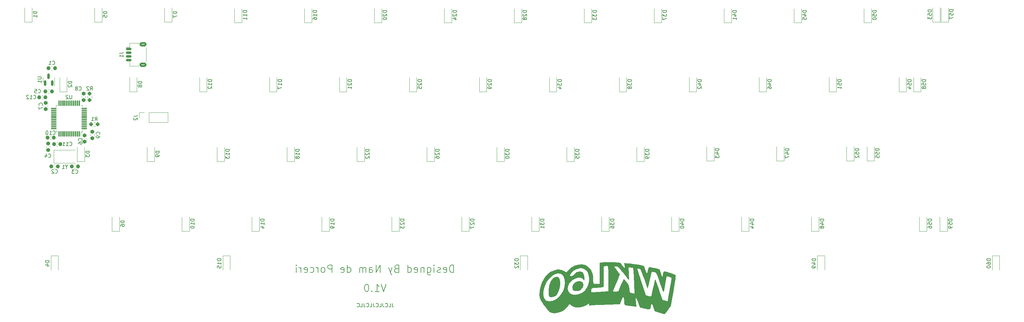
<source format=gbo>
G04 #@! TF.GenerationSoftware,KiCad,Pcbnew,(6.0.1)*
G04 #@! TF.CreationDate,2022-02-20T01:23:08-08:00*
G04 #@! TF.ProjectId,wkl60,776b6c36-302e-46b6-9963-61645f706362,rev?*
G04 #@! TF.SameCoordinates,Original*
G04 #@! TF.FileFunction,Legend,Bot*
G04 #@! TF.FilePolarity,Positive*
%FSLAX46Y46*%
G04 Gerber Fmt 4.6, Leading zero omitted, Abs format (unit mm)*
G04 Created by KiCad (PCBNEW (6.0.1)) date 2022-02-20 01:23:08*
%MOMM*%
%LPD*%
G01*
G04 APERTURE LIST*
G04 Aperture macros list*
%AMRoundRect*
0 Rectangle with rounded corners*
0 $1 Rounding radius*
0 $2 $3 $4 $5 $6 $7 $8 $9 X,Y pos of 4 corners*
0 Add a 4 corners polygon primitive as box body*
4,1,4,$2,$3,$4,$5,$6,$7,$8,$9,$2,$3,0*
0 Add four circle primitives for the rounded corners*
1,1,$1+$1,$2,$3*
1,1,$1+$1,$4,$5*
1,1,$1+$1,$6,$7*
1,1,$1+$1,$8,$9*
0 Add four rect primitives between the rounded corners*
20,1,$1+$1,$2,$3,$4,$5,0*
20,1,$1+$1,$4,$5,$6,$7,0*
20,1,$1+$1,$6,$7,$8,$9,0*
20,1,$1+$1,$8,$9,$2,$3,0*%
G04 Aperture macros list end*
%ADD10C,0.150000*%
%ADD11C,0.300000*%
%ADD12C,0.120000*%
%ADD13C,3.987800*%
%ADD14C,1.750000*%
%ADD15C,2.250000*%
%ADD16C,3.048000*%
%ADD17RoundRect,0.237500X-0.300000X-0.237500X0.300000X-0.237500X0.300000X0.237500X-0.300000X0.237500X0*%
%ADD18R,1.100000X1.100000*%
%ADD19R,2.000000X2.400000*%
%ADD20RoundRect,0.237500X0.300000X0.237500X-0.300000X0.237500X-0.300000X-0.237500X0.300000X-0.237500X0*%
%ADD21RoundRect,0.237500X0.237500X-0.300000X0.237500X0.300000X-0.237500X0.300000X-0.237500X-0.300000X0*%
%ADD22RoundRect,0.150000X-0.625000X0.150000X-0.625000X-0.150000X0.625000X-0.150000X0.625000X0.150000X0*%
%ADD23RoundRect,0.250000X-0.650000X0.350000X-0.650000X-0.350000X0.650000X-0.350000X0.650000X0.350000X0*%
%ADD24RoundRect,0.075000X0.075000X-0.662500X0.075000X0.662500X-0.075000X0.662500X-0.075000X-0.662500X0*%
%ADD25RoundRect,0.075000X0.662500X-0.075000X0.662500X0.075000X-0.662500X0.075000X-0.662500X-0.075000X0*%
%ADD26RoundRect,0.150000X0.150000X-0.587500X0.150000X0.587500X-0.150000X0.587500X-0.150000X-0.587500X0*%
%ADD27RoundRect,0.237500X-0.237500X0.300000X-0.237500X-0.300000X0.237500X-0.300000X0.237500X0.300000X0*%
%ADD28R,1.700000X1.700000*%
%ADD29O,1.700000X1.700000*%
%ADD30RoundRect,0.237500X0.237500X-0.250000X0.237500X0.250000X-0.237500X0.250000X-0.237500X-0.250000X0*%
%ADD31RoundRect,0.237500X0.250000X0.237500X-0.250000X0.237500X-0.250000X-0.237500X0.250000X-0.237500X0*%
G04 APERTURE END LIST*
D10*
X180867619Y-184294761D02*
X180200952Y-186294761D01*
X179534285Y-184294761D01*
X177820000Y-186294761D02*
X178962857Y-186294761D01*
X178391428Y-186294761D02*
X178391428Y-184294761D01*
X178581904Y-184580476D01*
X178772380Y-184770952D01*
X178962857Y-184866190D01*
X176962857Y-186104285D02*
X176867619Y-186199523D01*
X176962857Y-186294761D01*
X177058095Y-186199523D01*
X176962857Y-186104285D01*
X176962857Y-186294761D01*
X175629523Y-184294761D02*
X175439047Y-184294761D01*
X175248571Y-184390000D01*
X175153333Y-184485238D01*
X175058095Y-184675714D01*
X174962857Y-185056666D01*
X174962857Y-185532857D01*
X175058095Y-185913809D01*
X175153333Y-186104285D01*
X175248571Y-186199523D01*
X175439047Y-186294761D01*
X175629523Y-186294761D01*
X175820000Y-186199523D01*
X175915238Y-186104285D01*
X176010476Y-185913809D01*
X176105714Y-185532857D01*
X176105714Y-185056666D01*
X176010476Y-184675714D01*
X175915238Y-184485238D01*
X175820000Y-184390000D01*
X175629523Y-184294761D01*
X182529047Y-189502380D02*
X182529047Y-190216666D01*
X182576666Y-190359523D01*
X182671904Y-190454761D01*
X182814761Y-190502380D01*
X182910000Y-190502380D01*
X181576666Y-190502380D02*
X182052857Y-190502380D01*
X182052857Y-189502380D01*
X180671904Y-190407142D02*
X180719523Y-190454761D01*
X180862380Y-190502380D01*
X180957619Y-190502380D01*
X181100476Y-190454761D01*
X181195714Y-190359523D01*
X181243333Y-190264285D01*
X181290952Y-190073809D01*
X181290952Y-189930952D01*
X181243333Y-189740476D01*
X181195714Y-189645238D01*
X181100476Y-189550000D01*
X180957619Y-189502380D01*
X180862380Y-189502380D01*
X180719523Y-189550000D01*
X180671904Y-189597619D01*
X179957619Y-189502380D02*
X179957619Y-190216666D01*
X180005238Y-190359523D01*
X180100476Y-190454761D01*
X180243333Y-190502380D01*
X180338571Y-190502380D01*
X179005238Y-190502380D02*
X179481428Y-190502380D01*
X179481428Y-189502380D01*
X178100476Y-190407142D02*
X178148095Y-190454761D01*
X178290952Y-190502380D01*
X178386190Y-190502380D01*
X178529047Y-190454761D01*
X178624285Y-190359523D01*
X178671904Y-190264285D01*
X178719523Y-190073809D01*
X178719523Y-189930952D01*
X178671904Y-189740476D01*
X178624285Y-189645238D01*
X178529047Y-189550000D01*
X178386190Y-189502380D01*
X178290952Y-189502380D01*
X178148095Y-189550000D01*
X178100476Y-189597619D01*
X177386190Y-189502380D02*
X177386190Y-190216666D01*
X177433809Y-190359523D01*
X177529047Y-190454761D01*
X177671904Y-190502380D01*
X177767142Y-190502380D01*
X176433809Y-190502380D02*
X176910000Y-190502380D01*
X176910000Y-189502380D01*
X175529047Y-190407142D02*
X175576666Y-190454761D01*
X175719523Y-190502380D01*
X175814761Y-190502380D01*
X175957619Y-190454761D01*
X176052857Y-190359523D01*
X176100476Y-190264285D01*
X176148095Y-190073809D01*
X176148095Y-189930952D01*
X176100476Y-189740476D01*
X176052857Y-189645238D01*
X175957619Y-189550000D01*
X175814761Y-189502380D01*
X175719523Y-189502380D01*
X175576666Y-189550000D01*
X175529047Y-189597619D01*
X174814761Y-189502380D02*
X174814761Y-190216666D01*
X174862380Y-190359523D01*
X174957619Y-190454761D01*
X175100476Y-190502380D01*
X175195714Y-190502380D01*
X173862380Y-190502380D02*
X174338571Y-190502380D01*
X174338571Y-189502380D01*
X172957619Y-190407142D02*
X173005238Y-190454761D01*
X173148095Y-190502380D01*
X173243333Y-190502380D01*
X173386190Y-190454761D01*
X173481428Y-190359523D01*
X173529047Y-190264285D01*
X173576666Y-190073809D01*
X173576666Y-189930952D01*
X173529047Y-189740476D01*
X173481428Y-189645238D01*
X173386190Y-189550000D01*
X173243333Y-189502380D01*
X173148095Y-189502380D01*
X173005238Y-189550000D01*
X172957619Y-189597619D01*
X199248571Y-181064761D02*
X199248571Y-179064761D01*
X198772380Y-179064761D01*
X198486666Y-179160000D01*
X198296190Y-179350476D01*
X198200952Y-179540952D01*
X198105714Y-179921904D01*
X198105714Y-180207619D01*
X198200952Y-180588571D01*
X198296190Y-180779047D01*
X198486666Y-180969523D01*
X198772380Y-181064761D01*
X199248571Y-181064761D01*
X196486666Y-180969523D02*
X196677142Y-181064761D01*
X197058095Y-181064761D01*
X197248571Y-180969523D01*
X197343809Y-180779047D01*
X197343809Y-180017142D01*
X197248571Y-179826666D01*
X197058095Y-179731428D01*
X196677142Y-179731428D01*
X196486666Y-179826666D01*
X196391428Y-180017142D01*
X196391428Y-180207619D01*
X197343809Y-180398095D01*
X195629523Y-180969523D02*
X195439047Y-181064761D01*
X195058095Y-181064761D01*
X194867619Y-180969523D01*
X194772380Y-180779047D01*
X194772380Y-180683809D01*
X194867619Y-180493333D01*
X195058095Y-180398095D01*
X195343809Y-180398095D01*
X195534285Y-180302857D01*
X195629523Y-180112380D01*
X195629523Y-180017142D01*
X195534285Y-179826666D01*
X195343809Y-179731428D01*
X195058095Y-179731428D01*
X194867619Y-179826666D01*
X193915238Y-181064761D02*
X193915238Y-179731428D01*
X193915238Y-179064761D02*
X194010476Y-179160000D01*
X193915238Y-179255238D01*
X193820000Y-179160000D01*
X193915238Y-179064761D01*
X193915238Y-179255238D01*
X192105714Y-179731428D02*
X192105714Y-181350476D01*
X192200952Y-181540952D01*
X192296190Y-181636190D01*
X192486666Y-181731428D01*
X192772380Y-181731428D01*
X192962857Y-181636190D01*
X192105714Y-180969523D02*
X192296190Y-181064761D01*
X192677142Y-181064761D01*
X192867619Y-180969523D01*
X192962857Y-180874285D01*
X193058095Y-180683809D01*
X193058095Y-180112380D01*
X192962857Y-179921904D01*
X192867619Y-179826666D01*
X192677142Y-179731428D01*
X192296190Y-179731428D01*
X192105714Y-179826666D01*
X191153333Y-179731428D02*
X191153333Y-181064761D01*
X191153333Y-179921904D02*
X191058095Y-179826666D01*
X190867619Y-179731428D01*
X190581904Y-179731428D01*
X190391428Y-179826666D01*
X190296190Y-180017142D01*
X190296190Y-181064761D01*
X188581904Y-180969523D02*
X188772380Y-181064761D01*
X189153333Y-181064761D01*
X189343809Y-180969523D01*
X189439047Y-180779047D01*
X189439047Y-180017142D01*
X189343809Y-179826666D01*
X189153333Y-179731428D01*
X188772380Y-179731428D01*
X188581904Y-179826666D01*
X188486666Y-180017142D01*
X188486666Y-180207619D01*
X189439047Y-180398095D01*
X186772380Y-181064761D02*
X186772380Y-179064761D01*
X186772380Y-180969523D02*
X186962857Y-181064761D01*
X187343809Y-181064761D01*
X187534285Y-180969523D01*
X187629523Y-180874285D01*
X187724761Y-180683809D01*
X187724761Y-180112380D01*
X187629523Y-179921904D01*
X187534285Y-179826666D01*
X187343809Y-179731428D01*
X186962857Y-179731428D01*
X186772380Y-179826666D01*
X183629523Y-180017142D02*
X183343809Y-180112380D01*
X183248571Y-180207619D01*
X183153333Y-180398095D01*
X183153333Y-180683809D01*
X183248571Y-180874285D01*
X183343809Y-180969523D01*
X183534285Y-181064761D01*
X184296190Y-181064761D01*
X184296190Y-179064761D01*
X183629523Y-179064761D01*
X183439047Y-179160000D01*
X183343809Y-179255238D01*
X183248571Y-179445714D01*
X183248571Y-179636190D01*
X183343809Y-179826666D01*
X183439047Y-179921904D01*
X183629523Y-180017142D01*
X184296190Y-180017142D01*
X182486666Y-179731428D02*
X182010476Y-181064761D01*
X181534285Y-179731428D02*
X182010476Y-181064761D01*
X182200952Y-181540952D01*
X182296190Y-181636190D01*
X182486666Y-181731428D01*
X179248571Y-181064761D02*
X179248571Y-179064761D01*
X178105714Y-181064761D01*
X178105714Y-179064761D01*
X176296190Y-181064761D02*
X176296190Y-180017142D01*
X176391428Y-179826666D01*
X176581904Y-179731428D01*
X176962857Y-179731428D01*
X177153333Y-179826666D01*
X176296190Y-180969523D02*
X176486666Y-181064761D01*
X176962857Y-181064761D01*
X177153333Y-180969523D01*
X177248571Y-180779047D01*
X177248571Y-180588571D01*
X177153333Y-180398095D01*
X176962857Y-180302857D01*
X176486666Y-180302857D01*
X176296190Y-180207619D01*
X175343809Y-181064761D02*
X175343809Y-179731428D01*
X175343809Y-179921904D02*
X175248571Y-179826666D01*
X175058095Y-179731428D01*
X174772380Y-179731428D01*
X174581904Y-179826666D01*
X174486666Y-180017142D01*
X174486666Y-181064761D01*
X174486666Y-180017142D02*
X174391428Y-179826666D01*
X174200952Y-179731428D01*
X173915238Y-179731428D01*
X173724761Y-179826666D01*
X173629523Y-180017142D01*
X173629523Y-181064761D01*
X170296190Y-181064761D02*
X170296190Y-179064761D01*
X170296190Y-180969523D02*
X170486666Y-181064761D01*
X170867619Y-181064761D01*
X171058095Y-180969523D01*
X171153333Y-180874285D01*
X171248571Y-180683809D01*
X171248571Y-180112380D01*
X171153333Y-179921904D01*
X171058095Y-179826666D01*
X170867619Y-179731428D01*
X170486666Y-179731428D01*
X170296190Y-179826666D01*
X168581904Y-180969523D02*
X168772380Y-181064761D01*
X169153333Y-181064761D01*
X169343809Y-180969523D01*
X169439047Y-180779047D01*
X169439047Y-180017142D01*
X169343809Y-179826666D01*
X169153333Y-179731428D01*
X168772380Y-179731428D01*
X168581904Y-179826666D01*
X168486666Y-180017142D01*
X168486666Y-180207619D01*
X169439047Y-180398095D01*
X166105714Y-181064761D02*
X166105714Y-179064761D01*
X165343809Y-179064761D01*
X165153333Y-179160000D01*
X165058095Y-179255238D01*
X164962857Y-179445714D01*
X164962857Y-179731428D01*
X165058095Y-179921904D01*
X165153333Y-180017142D01*
X165343809Y-180112380D01*
X166105714Y-180112380D01*
X163820000Y-181064761D02*
X164010476Y-180969523D01*
X164105714Y-180874285D01*
X164200952Y-180683809D01*
X164200952Y-180112380D01*
X164105714Y-179921904D01*
X164010476Y-179826666D01*
X163820000Y-179731428D01*
X163534285Y-179731428D01*
X163343809Y-179826666D01*
X163248571Y-179921904D01*
X163153333Y-180112380D01*
X163153333Y-180683809D01*
X163248571Y-180874285D01*
X163343809Y-180969523D01*
X163534285Y-181064761D01*
X163820000Y-181064761D01*
X162296190Y-181064761D02*
X162296190Y-179731428D01*
X162296190Y-180112380D02*
X162200952Y-179921904D01*
X162105714Y-179826666D01*
X161915238Y-179731428D01*
X161724761Y-179731428D01*
X160200952Y-180969523D02*
X160391428Y-181064761D01*
X160772380Y-181064761D01*
X160962857Y-180969523D01*
X161058095Y-180874285D01*
X161153333Y-180683809D01*
X161153333Y-180112380D01*
X161058095Y-179921904D01*
X160962857Y-179826666D01*
X160772380Y-179731428D01*
X160391428Y-179731428D01*
X160200952Y-179826666D01*
X158581904Y-180969523D02*
X158772380Y-181064761D01*
X159153333Y-181064761D01*
X159343809Y-180969523D01*
X159439047Y-180779047D01*
X159439047Y-180017142D01*
X159343809Y-179826666D01*
X159153333Y-179731428D01*
X158772380Y-179731428D01*
X158581904Y-179826666D01*
X158486666Y-180017142D01*
X158486666Y-180207619D01*
X159439047Y-180398095D01*
X157629523Y-181064761D02*
X157629523Y-179731428D01*
X157629523Y-180112380D02*
X157534285Y-179921904D01*
X157439047Y-179826666D01*
X157248571Y-179731428D01*
X157058095Y-179731428D01*
X156391428Y-181064761D02*
X156391428Y-179731428D01*
X156391428Y-179064761D02*
X156486666Y-179160000D01*
X156391428Y-179255238D01*
X156296190Y-179160000D01*
X156391428Y-179064761D01*
X156391428Y-179255238D01*
X90100399Y-143302142D02*
X90148018Y-143349761D01*
X90290875Y-143397380D01*
X90386113Y-143397380D01*
X90528970Y-143349761D01*
X90624208Y-143254523D01*
X90671827Y-143159285D01*
X90719446Y-142968809D01*
X90719446Y-142825952D01*
X90671827Y-142635476D01*
X90624208Y-142540238D01*
X90528970Y-142445000D01*
X90386113Y-142397380D01*
X90290875Y-142397380D01*
X90148018Y-142445000D01*
X90100399Y-142492619D01*
X89148018Y-143397380D02*
X89719446Y-143397380D01*
X89433732Y-143397380D02*
X89433732Y-142397380D01*
X89528970Y-142540238D01*
X89624208Y-142635476D01*
X89719446Y-142683095D01*
X88528970Y-142397380D02*
X88433732Y-142397380D01*
X88338494Y-142445000D01*
X88290875Y-142492619D01*
X88243256Y-142587857D01*
X88195637Y-142778333D01*
X88195637Y-143016428D01*
X88243256Y-143206904D01*
X88290875Y-143302142D01*
X88338494Y-143349761D01*
X88433732Y-143397380D01*
X88528970Y-143397380D01*
X88624208Y-143349761D01*
X88671827Y-143302142D01*
X88719446Y-143206904D01*
X88767065Y-143016428D01*
X88767065Y-142778333D01*
X88719446Y-142587857D01*
X88671827Y-142492619D01*
X88624208Y-142445000D01*
X88528970Y-142397380D01*
X214341172Y-147457714D02*
X213341172Y-147457714D01*
X213341172Y-147695809D01*
X213388792Y-147838666D01*
X213484030Y-147933904D01*
X213579268Y-147981523D01*
X213769744Y-148029142D01*
X213912601Y-148029142D01*
X214103077Y-147981523D01*
X214198315Y-147933904D01*
X214293553Y-147838666D01*
X214341172Y-147695809D01*
X214341172Y-147457714D01*
X213341172Y-148362476D02*
X213341172Y-148981523D01*
X213722125Y-148648190D01*
X213722125Y-148791047D01*
X213769744Y-148886285D01*
X213817363Y-148933904D01*
X213912601Y-148981523D01*
X214150696Y-148981523D01*
X214245934Y-148933904D01*
X214293553Y-148886285D01*
X214341172Y-148791047D01*
X214341172Y-148505333D01*
X214293553Y-148410095D01*
X214245934Y-148362476D01*
X213341172Y-149600571D02*
X213341172Y-149695809D01*
X213388792Y-149791047D01*
X213436411Y-149838666D01*
X213531649Y-149886285D01*
X213722125Y-149933904D01*
X213960220Y-149933904D01*
X214150696Y-149886285D01*
X214245934Y-149838666D01*
X214293553Y-149791047D01*
X214341172Y-149695809D01*
X214341172Y-149600571D01*
X214293553Y-149505333D01*
X214245934Y-149457714D01*
X214150696Y-149410095D01*
X213960220Y-149362476D01*
X213722125Y-149362476D01*
X213531649Y-149410095D01*
X213436411Y-149457714D01*
X213388792Y-149505333D01*
X213341172Y-149600571D01*
X281016172Y-166507714D02*
X280016172Y-166507714D01*
X280016172Y-166745809D01*
X280063792Y-166888666D01*
X280159030Y-166983904D01*
X280254268Y-167031523D01*
X280444744Y-167079142D01*
X280587601Y-167079142D01*
X280778077Y-167031523D01*
X280873315Y-166983904D01*
X280968553Y-166888666D01*
X281016172Y-166745809D01*
X281016172Y-166507714D01*
X280349506Y-167936285D02*
X281016172Y-167936285D01*
X279968553Y-167698190D02*
X280682839Y-167460095D01*
X280682839Y-168079142D01*
X280349506Y-168888666D02*
X281016172Y-168888666D01*
X279968553Y-168650571D02*
X280682839Y-168412476D01*
X280682839Y-169031523D01*
X266728672Y-128407714D02*
X265728672Y-128407714D01*
X265728672Y-128645809D01*
X265776292Y-128788666D01*
X265871530Y-128883904D01*
X265966768Y-128931523D01*
X266157244Y-128979142D01*
X266300101Y-128979142D01*
X266490577Y-128931523D01*
X266585815Y-128883904D01*
X266681053Y-128788666D01*
X266728672Y-128645809D01*
X266728672Y-128407714D01*
X266062006Y-129836285D02*
X266728672Y-129836285D01*
X265681053Y-129598190D02*
X266395339Y-129360095D01*
X266395339Y-129979142D01*
X265823911Y-130312476D02*
X265776292Y-130360095D01*
X265728672Y-130455333D01*
X265728672Y-130693428D01*
X265776292Y-130788666D01*
X265823911Y-130836285D01*
X265919149Y-130883904D01*
X266014387Y-130883904D01*
X266157244Y-130836285D01*
X266728672Y-130264857D01*
X266728672Y-130883904D01*
X93833732Y-152196190D02*
X93833732Y-152672380D01*
X94167065Y-151672380D02*
X93833732Y-152196190D01*
X93500399Y-151672380D01*
X92643256Y-152672380D02*
X93214684Y-152672380D01*
X92928970Y-152672380D02*
X92928970Y-151672380D01*
X93024208Y-151815238D01*
X93119446Y-151910476D01*
X93214684Y-151958095D01*
X295303672Y-109545214D02*
X294303672Y-109545214D01*
X294303672Y-109783309D01*
X294351292Y-109926166D01*
X294446530Y-110021404D01*
X294541768Y-110069023D01*
X294732244Y-110116642D01*
X294875101Y-110116642D01*
X295065577Y-110069023D01*
X295160815Y-110021404D01*
X295256053Y-109926166D01*
X295303672Y-109783309D01*
X295303672Y-109545214D01*
X294637006Y-110973785D02*
X295303672Y-110973785D01*
X294256053Y-110735690D02*
X294970339Y-110497595D01*
X294970339Y-111116642D01*
X294303672Y-111973785D02*
X294303672Y-111497595D01*
X294779863Y-111449976D01*
X294732244Y-111497595D01*
X294684625Y-111592833D01*
X294684625Y-111830928D01*
X294732244Y-111926166D01*
X294779863Y-111973785D01*
X294875101Y-112021404D01*
X295113196Y-112021404D01*
X295208434Y-111973785D01*
X295256053Y-111926166D01*
X295303672Y-111830928D01*
X295303672Y-111592833D01*
X295256053Y-111497595D01*
X295208434Y-111449976D01*
X257203672Y-109545214D02*
X256203672Y-109545214D01*
X256203672Y-109783309D01*
X256251292Y-109926166D01*
X256346530Y-110021404D01*
X256441768Y-110069023D01*
X256632244Y-110116642D01*
X256775101Y-110116642D01*
X256965577Y-110069023D01*
X257060815Y-110021404D01*
X257156053Y-109926166D01*
X257203672Y-109783309D01*
X257203672Y-109545214D01*
X256203672Y-110449976D02*
X256203672Y-111069023D01*
X256584625Y-110735690D01*
X256584625Y-110878547D01*
X256632244Y-110973785D01*
X256679863Y-111021404D01*
X256775101Y-111069023D01*
X257013196Y-111069023D01*
X257108434Y-111021404D01*
X257156053Y-110973785D01*
X257203672Y-110878547D01*
X257203672Y-110592833D01*
X257156053Y-110497595D01*
X257108434Y-110449976D01*
X256203672Y-111402357D02*
X256203672Y-112069023D01*
X257203672Y-111640452D01*
X297843672Y-177366214D02*
X296843672Y-177366214D01*
X296843672Y-177604309D01*
X296891292Y-177747166D01*
X296986530Y-177842404D01*
X297081768Y-177890023D01*
X297272244Y-177937642D01*
X297415101Y-177937642D01*
X297605577Y-177890023D01*
X297700815Y-177842404D01*
X297796053Y-177747166D01*
X297843672Y-177604309D01*
X297843672Y-177366214D01*
X297177006Y-178794785D02*
X297843672Y-178794785D01*
X296796053Y-178556690D02*
X297510339Y-178318595D01*
X297510339Y-178937642D01*
X297843672Y-179366214D02*
X297843672Y-179556690D01*
X297796053Y-179651928D01*
X297748434Y-179699547D01*
X297605577Y-179794785D01*
X297415101Y-179842404D01*
X297034149Y-179842404D01*
X296938911Y-179794785D01*
X296891292Y-179747166D01*
X296843672Y-179651928D01*
X296843672Y-179461452D01*
X296891292Y-179366214D01*
X296938911Y-179318595D01*
X297034149Y-179270976D01*
X297272244Y-179270976D01*
X297367482Y-179318595D01*
X297415101Y-179366214D01*
X297462720Y-179461452D01*
X297462720Y-179651928D01*
X297415101Y-179747166D01*
X297367482Y-179794785D01*
X297272244Y-179842404D01*
X334991172Y-166507714D02*
X333991172Y-166507714D01*
X333991172Y-166745809D01*
X334038792Y-166888666D01*
X334134030Y-166983904D01*
X334229268Y-167031523D01*
X334419744Y-167079142D01*
X334562601Y-167079142D01*
X334753077Y-167031523D01*
X334848315Y-166983904D01*
X334943553Y-166888666D01*
X334991172Y-166745809D01*
X334991172Y-166507714D01*
X333991172Y-167983904D02*
X333991172Y-167507714D01*
X334467363Y-167460095D01*
X334419744Y-167507714D01*
X334372125Y-167602952D01*
X334372125Y-167841047D01*
X334419744Y-167936285D01*
X334467363Y-167983904D01*
X334562601Y-168031523D01*
X334800696Y-168031523D01*
X334895934Y-167983904D01*
X334943553Y-167936285D01*
X334991172Y-167841047D01*
X334991172Y-167602952D01*
X334943553Y-167507714D01*
X334895934Y-167460095D01*
X334991172Y-168507714D02*
X334991172Y-168698190D01*
X334943553Y-168793428D01*
X334895934Y-168841047D01*
X334753077Y-168936285D01*
X334562601Y-168983904D01*
X334181649Y-168983904D01*
X334086411Y-168936285D01*
X334038792Y-168888666D01*
X333991172Y-168793428D01*
X333991172Y-168602952D01*
X334038792Y-168507714D01*
X334086411Y-168460095D01*
X334181649Y-168412476D01*
X334419744Y-168412476D01*
X334514982Y-168460095D01*
X334562601Y-168507714D01*
X334610220Y-168602952D01*
X334610220Y-168793428D01*
X334562601Y-168888666D01*
X334514982Y-168936285D01*
X334419744Y-168983904D01*
X157191172Y-147457714D02*
X156191172Y-147457714D01*
X156191172Y-147695809D01*
X156238792Y-147838666D01*
X156334030Y-147933904D01*
X156429268Y-147981523D01*
X156619744Y-148029142D01*
X156762601Y-148029142D01*
X156953077Y-147981523D01*
X157048315Y-147933904D01*
X157143553Y-147838666D01*
X157191172Y-147695809D01*
X157191172Y-147457714D01*
X157191172Y-148981523D02*
X157191172Y-148410095D01*
X157191172Y-148695809D02*
X156191172Y-148695809D01*
X156334030Y-148600571D01*
X156429268Y-148505333D01*
X156476887Y-148410095D01*
X156619744Y-149552952D02*
X156572125Y-149457714D01*
X156524506Y-149410095D01*
X156429268Y-149362476D01*
X156381649Y-149362476D01*
X156286411Y-149410095D01*
X156238792Y-149457714D01*
X156191172Y-149552952D01*
X156191172Y-149743428D01*
X156238792Y-149838666D01*
X156286411Y-149886285D01*
X156381649Y-149933904D01*
X156429268Y-149933904D01*
X156524506Y-149886285D01*
X156572125Y-149838666D01*
X156619744Y-149743428D01*
X156619744Y-149552952D01*
X156667363Y-149457714D01*
X156714982Y-149410095D01*
X156810220Y-149362476D01*
X157000696Y-149362476D01*
X157095934Y-149410095D01*
X157143553Y-149457714D01*
X157191172Y-149552952D01*
X157191172Y-149743428D01*
X157143553Y-149838666D01*
X157095934Y-149886285D01*
X157000696Y-149933904D01*
X156810220Y-149933904D01*
X156714982Y-149886285D01*
X156667363Y-149838666D01*
X156619744Y-149743428D01*
X276253672Y-109545214D02*
X275253672Y-109545214D01*
X275253672Y-109783309D01*
X275301292Y-109926166D01*
X275396530Y-110021404D01*
X275491768Y-110069023D01*
X275682244Y-110116642D01*
X275825101Y-110116642D01*
X276015577Y-110069023D01*
X276110815Y-110021404D01*
X276206053Y-109926166D01*
X276253672Y-109783309D01*
X276253672Y-109545214D01*
X275587006Y-110973785D02*
X276253672Y-110973785D01*
X275206053Y-110735690D02*
X275920339Y-110497595D01*
X275920339Y-111116642D01*
X276253672Y-112021404D02*
X276253672Y-111449976D01*
X276253672Y-111735690D02*
X275253672Y-111735690D01*
X275396530Y-111640452D01*
X275491768Y-111545214D01*
X275539387Y-111449976D01*
X135918672Y-177366214D02*
X134918672Y-177366214D01*
X134918672Y-177604309D01*
X134966292Y-177747166D01*
X135061530Y-177842404D01*
X135156768Y-177890023D01*
X135347244Y-177937642D01*
X135490101Y-177937642D01*
X135680577Y-177890023D01*
X135775815Y-177842404D01*
X135871053Y-177747166D01*
X135918672Y-177604309D01*
X135918672Y-177366214D01*
X135918672Y-178890023D02*
X135918672Y-178318595D01*
X135918672Y-178604309D02*
X134918672Y-178604309D01*
X135061530Y-178509071D01*
X135156768Y-178413833D01*
X135204387Y-178318595D01*
X134918672Y-179794785D02*
X134918672Y-179318595D01*
X135394863Y-179270976D01*
X135347244Y-179318595D01*
X135299625Y-179413833D01*
X135299625Y-179651928D01*
X135347244Y-179747166D01*
X135394863Y-179794785D01*
X135490101Y-179842404D01*
X135728196Y-179842404D01*
X135823434Y-179794785D01*
X135871053Y-179747166D01*
X135918672Y-179651928D01*
X135918672Y-179413833D01*
X135871053Y-179318595D01*
X135823434Y-179270976D01*
X96274208Y-153932142D02*
X96321827Y-153979761D01*
X96464684Y-154027380D01*
X96559922Y-154027380D01*
X96702780Y-153979761D01*
X96798018Y-153884523D01*
X96845637Y-153789285D01*
X96893256Y-153598809D01*
X96893256Y-153455952D01*
X96845637Y-153265476D01*
X96798018Y-153170238D01*
X96702780Y-153075000D01*
X96559922Y-153027380D01*
X96464684Y-153027380D01*
X96321827Y-153075000D01*
X96274208Y-153122619D01*
X95940875Y-153027380D02*
X95321827Y-153027380D01*
X95655161Y-153408333D01*
X95512303Y-153408333D01*
X95417065Y-153455952D01*
X95369446Y-153503571D01*
X95321827Y-153598809D01*
X95321827Y-153836904D01*
X95369446Y-153932142D01*
X95417065Y-153979761D01*
X95512303Y-154027380D01*
X95798018Y-154027380D01*
X95893256Y-153979761D01*
X95940875Y-153932142D01*
X195291172Y-147457714D02*
X194291172Y-147457714D01*
X194291172Y-147695809D01*
X194338792Y-147838666D01*
X194434030Y-147933904D01*
X194529268Y-147981523D01*
X194719744Y-148029142D01*
X194862601Y-148029142D01*
X195053077Y-147981523D01*
X195148315Y-147933904D01*
X195243553Y-147838666D01*
X195291172Y-147695809D01*
X195291172Y-147457714D01*
X194386411Y-148410095D02*
X194338792Y-148457714D01*
X194291172Y-148552952D01*
X194291172Y-148791047D01*
X194338792Y-148886285D01*
X194386411Y-148933904D01*
X194481649Y-148981523D01*
X194576887Y-148981523D01*
X194719744Y-148933904D01*
X195291172Y-148362476D01*
X195291172Y-148981523D01*
X194291172Y-149838666D02*
X194291172Y-149648190D01*
X194338792Y-149552952D01*
X194386411Y-149505333D01*
X194529268Y-149410095D01*
X194719744Y-149362476D01*
X195100696Y-149362476D01*
X195195934Y-149410095D01*
X195243553Y-149457714D01*
X195291172Y-149552952D01*
X195291172Y-149743428D01*
X195243553Y-149838666D01*
X195195934Y-149886285D01*
X195100696Y-149933904D01*
X194862601Y-149933904D01*
X194767363Y-149886285D01*
X194719744Y-149838666D01*
X194672125Y-149743428D01*
X194672125Y-149552952D01*
X194719744Y-149457714D01*
X194767363Y-149410095D01*
X194862601Y-149362476D01*
X219103672Y-109545214D02*
X218103672Y-109545214D01*
X218103672Y-109783309D01*
X218151292Y-109926166D01*
X218246530Y-110021404D01*
X218341768Y-110069023D01*
X218532244Y-110116642D01*
X218675101Y-110116642D01*
X218865577Y-110069023D01*
X218960815Y-110021404D01*
X219056053Y-109926166D01*
X219103672Y-109783309D01*
X219103672Y-109545214D01*
X218198911Y-110497595D02*
X218151292Y-110545214D01*
X218103672Y-110640452D01*
X218103672Y-110878547D01*
X218151292Y-110973785D01*
X218198911Y-111021404D01*
X218294149Y-111069023D01*
X218389387Y-111069023D01*
X218532244Y-111021404D01*
X219103672Y-110449976D01*
X219103672Y-111069023D01*
X218532244Y-111640452D02*
X218484625Y-111545214D01*
X218437006Y-111497595D01*
X218341768Y-111449976D01*
X218294149Y-111449976D01*
X218198911Y-111497595D01*
X218151292Y-111545214D01*
X218103672Y-111640452D01*
X218103672Y-111830928D01*
X218151292Y-111926166D01*
X218198911Y-111973785D01*
X218294149Y-112021404D01*
X218341768Y-112021404D01*
X218437006Y-111973785D01*
X218484625Y-111926166D01*
X218532244Y-111830928D01*
X218532244Y-111640452D01*
X218579863Y-111545214D01*
X218627482Y-111497595D01*
X218722720Y-111449976D01*
X218913196Y-111449976D01*
X219008434Y-111497595D01*
X219056053Y-111545214D01*
X219103672Y-111640452D01*
X219103672Y-111830928D01*
X219056053Y-111926166D01*
X219008434Y-111973785D01*
X218913196Y-112021404D01*
X218722720Y-112021404D01*
X218627482Y-111973785D01*
X218579863Y-111926166D01*
X218532244Y-111830928D01*
X209578672Y-128407714D02*
X208578672Y-128407714D01*
X208578672Y-128645809D01*
X208626292Y-128788666D01*
X208721530Y-128883904D01*
X208816768Y-128931523D01*
X209007244Y-128979142D01*
X209150101Y-128979142D01*
X209340577Y-128931523D01*
X209435815Y-128883904D01*
X209531053Y-128788666D01*
X209578672Y-128645809D01*
X209578672Y-128407714D01*
X208673911Y-129360095D02*
X208626292Y-129407714D01*
X208578672Y-129502952D01*
X208578672Y-129741047D01*
X208626292Y-129836285D01*
X208673911Y-129883904D01*
X208769149Y-129931523D01*
X208864387Y-129931523D01*
X209007244Y-129883904D01*
X209578672Y-129312476D01*
X209578672Y-129931523D01*
X209578672Y-130407714D02*
X209578672Y-130598190D01*
X209531053Y-130693428D01*
X209483434Y-130741047D01*
X209340577Y-130836285D01*
X209150101Y-130883904D01*
X208769149Y-130883904D01*
X208673911Y-130836285D01*
X208626292Y-130788666D01*
X208578672Y-130693428D01*
X208578672Y-130502952D01*
X208626292Y-130407714D01*
X208673911Y-130360095D01*
X208769149Y-130312476D01*
X209007244Y-130312476D01*
X209102482Y-130360095D01*
X209150101Y-130407714D01*
X209197720Y-130502952D01*
X209197720Y-130693428D01*
X209150101Y-130788666D01*
X209102482Y-130836285D01*
X209007244Y-130883904D01*
X90724208Y-153872142D02*
X90771827Y-153919761D01*
X90914684Y-153967380D01*
X91009922Y-153967380D01*
X91152780Y-153919761D01*
X91248018Y-153824523D01*
X91295637Y-153729285D01*
X91343256Y-153538809D01*
X91343256Y-153395952D01*
X91295637Y-153205476D01*
X91248018Y-153110238D01*
X91152780Y-153015000D01*
X91009922Y-152967380D01*
X90914684Y-152967380D01*
X90771827Y-153015000D01*
X90724208Y-153062619D01*
X90343256Y-153062619D02*
X90295637Y-153015000D01*
X90200399Y-152967380D01*
X89962303Y-152967380D01*
X89867065Y-153015000D01*
X89819446Y-153062619D01*
X89771827Y-153157857D01*
X89771827Y-153253095D01*
X89819446Y-153395952D01*
X90390875Y-153967380D01*
X89771827Y-153967380D01*
X204816172Y-166507714D02*
X203816172Y-166507714D01*
X203816172Y-166745809D01*
X203863792Y-166888666D01*
X203959030Y-166983904D01*
X204054268Y-167031523D01*
X204244744Y-167079142D01*
X204387601Y-167079142D01*
X204578077Y-167031523D01*
X204673315Y-166983904D01*
X204768553Y-166888666D01*
X204816172Y-166745809D01*
X204816172Y-166507714D01*
X203911411Y-167460095D02*
X203863792Y-167507714D01*
X203816172Y-167602952D01*
X203816172Y-167841047D01*
X203863792Y-167936285D01*
X203911411Y-167983904D01*
X204006649Y-168031523D01*
X204101887Y-168031523D01*
X204244744Y-167983904D01*
X204816172Y-167412476D01*
X204816172Y-168031523D01*
X203816172Y-168364857D02*
X203816172Y-169031523D01*
X204816172Y-168602952D01*
X228628672Y-128407714D02*
X227628672Y-128407714D01*
X227628672Y-128645809D01*
X227676292Y-128788666D01*
X227771530Y-128883904D01*
X227866768Y-128931523D01*
X228057244Y-128979142D01*
X228200101Y-128979142D01*
X228390577Y-128931523D01*
X228485815Y-128883904D01*
X228581053Y-128788666D01*
X228628672Y-128645809D01*
X228628672Y-128407714D01*
X227628672Y-129312476D02*
X227628672Y-129931523D01*
X228009625Y-129598190D01*
X228009625Y-129741047D01*
X228057244Y-129836285D01*
X228104863Y-129883904D01*
X228200101Y-129931523D01*
X228438196Y-129931523D01*
X228533434Y-129883904D01*
X228581053Y-129836285D01*
X228628672Y-129741047D01*
X228628672Y-129455333D01*
X228581053Y-129360095D01*
X228533434Y-129312476D01*
X227962006Y-130788666D02*
X228628672Y-130788666D01*
X227581053Y-130550571D02*
X228295339Y-130312476D01*
X228295339Y-130931523D01*
X97939684Y-145068333D02*
X97987303Y-145020714D01*
X98034922Y-144877857D01*
X98034922Y-144782619D01*
X97987303Y-144639761D01*
X97892065Y-144544523D01*
X97796827Y-144496904D01*
X97606351Y-144449285D01*
X97463494Y-144449285D01*
X97273018Y-144496904D01*
X97177780Y-144544523D01*
X97082542Y-144639761D01*
X97034922Y-144782619D01*
X97034922Y-144877857D01*
X97082542Y-145020714D01*
X97130161Y-145068333D01*
X97034922Y-145925476D02*
X97034922Y-145735000D01*
X97082542Y-145639761D01*
X97130161Y-145592142D01*
X97273018Y-145496904D01*
X97463494Y-145449285D01*
X97844446Y-145449285D01*
X97939684Y-145496904D01*
X97987303Y-145544523D01*
X98034922Y-145639761D01*
X98034922Y-145830238D01*
X97987303Y-145925476D01*
X97939684Y-145973095D01*
X97844446Y-146020714D01*
X97606351Y-146020714D01*
X97511113Y-145973095D01*
X97463494Y-145925476D01*
X97415875Y-145830238D01*
X97415875Y-145639761D01*
X97463494Y-145544523D01*
X97511113Y-145496904D01*
X97606351Y-145449285D01*
X242916172Y-166507714D02*
X241916172Y-166507714D01*
X241916172Y-166745809D01*
X241963792Y-166888666D01*
X242059030Y-166983904D01*
X242154268Y-167031523D01*
X242344744Y-167079142D01*
X242487601Y-167079142D01*
X242678077Y-167031523D01*
X242773315Y-166983904D01*
X242868553Y-166888666D01*
X242916172Y-166745809D01*
X242916172Y-166507714D01*
X241916172Y-167412476D02*
X241916172Y-168031523D01*
X242297125Y-167698190D01*
X242297125Y-167841047D01*
X242344744Y-167936285D01*
X242392363Y-167983904D01*
X242487601Y-168031523D01*
X242725696Y-168031523D01*
X242820934Y-167983904D01*
X242868553Y-167936285D01*
X242916172Y-167841047D01*
X242916172Y-167555333D01*
X242868553Y-167460095D01*
X242820934Y-167412476D01*
X241916172Y-168888666D02*
X241916172Y-168698190D01*
X241963792Y-168602952D01*
X242011411Y-168555333D01*
X242154268Y-168460095D01*
X242344744Y-168412476D01*
X242725696Y-168412476D01*
X242820934Y-168460095D01*
X242868553Y-168507714D01*
X242916172Y-168602952D01*
X242916172Y-168793428D01*
X242868553Y-168888666D01*
X242820934Y-168936285D01*
X242725696Y-168983904D01*
X242487601Y-168983904D01*
X242392363Y-168936285D01*
X242344744Y-168888666D01*
X242297125Y-168793428D01*
X242297125Y-168602952D01*
X242344744Y-168507714D01*
X242392363Y-168460095D01*
X242487601Y-168412476D01*
X327847422Y-128398964D02*
X326847422Y-128398964D01*
X326847422Y-128637059D01*
X326895042Y-128779916D01*
X326990280Y-128875154D01*
X327085518Y-128922773D01*
X327275994Y-128970392D01*
X327418851Y-128970392D01*
X327609327Y-128922773D01*
X327704565Y-128875154D01*
X327799803Y-128779916D01*
X327847422Y-128637059D01*
X327847422Y-128398964D01*
X326847422Y-129875154D02*
X326847422Y-129398964D01*
X327323613Y-129351345D01*
X327275994Y-129398964D01*
X327228375Y-129494202D01*
X327228375Y-129732297D01*
X327275994Y-129827535D01*
X327323613Y-129875154D01*
X327418851Y-129922773D01*
X327656946Y-129922773D01*
X327752184Y-129875154D01*
X327799803Y-129827535D01*
X327847422Y-129732297D01*
X327847422Y-129494202D01*
X327799803Y-129398964D01*
X327752184Y-129351345D01*
X327275994Y-130494202D02*
X327228375Y-130398964D01*
X327180756Y-130351345D01*
X327085518Y-130303726D01*
X327037899Y-130303726D01*
X326942661Y-130351345D01*
X326895042Y-130398964D01*
X326847422Y-130494202D01*
X326847422Y-130684678D01*
X326895042Y-130779916D01*
X326942661Y-130827535D01*
X327037899Y-130875154D01*
X327085518Y-130875154D01*
X327180756Y-130827535D01*
X327228375Y-130779916D01*
X327275994Y-130684678D01*
X327275994Y-130494202D01*
X327323613Y-130398964D01*
X327371232Y-130351345D01*
X327466470Y-130303726D01*
X327656946Y-130303726D01*
X327752184Y-130351345D01*
X327799803Y-130398964D01*
X327847422Y-130494202D01*
X327847422Y-130684678D01*
X327799803Y-130779916D01*
X327752184Y-130827535D01*
X327656946Y-130875154D01*
X327466470Y-130875154D01*
X327371232Y-130827535D01*
X327323613Y-130779916D01*
X327275994Y-130684678D01*
X87189684Y-135409583D02*
X87237303Y-135361964D01*
X87284922Y-135219107D01*
X87284922Y-135123869D01*
X87237303Y-134981011D01*
X87142065Y-134885773D01*
X87046827Y-134838154D01*
X86856351Y-134790535D01*
X86713494Y-134790535D01*
X86523018Y-134838154D01*
X86427780Y-134885773D01*
X86332542Y-134981011D01*
X86284922Y-135123869D01*
X86284922Y-135219107D01*
X86332542Y-135361964D01*
X86380161Y-135409583D01*
X86284922Y-135742916D02*
X86284922Y-136409583D01*
X87284922Y-135981011D01*
X285778672Y-128407714D02*
X284778672Y-128407714D01*
X284778672Y-128645809D01*
X284826292Y-128788666D01*
X284921530Y-128883904D01*
X285016768Y-128931523D01*
X285207244Y-128979142D01*
X285350101Y-128979142D01*
X285540577Y-128931523D01*
X285635815Y-128883904D01*
X285731053Y-128788666D01*
X285778672Y-128645809D01*
X285778672Y-128407714D01*
X285112006Y-129836285D02*
X285778672Y-129836285D01*
X284731053Y-129598190D02*
X285445339Y-129360095D01*
X285445339Y-129979142D01*
X284778672Y-130788666D02*
X284778672Y-130598190D01*
X284826292Y-130502952D01*
X284873911Y-130455333D01*
X285016768Y-130360095D01*
X285207244Y-130312476D01*
X285588196Y-130312476D01*
X285683434Y-130360095D01*
X285731053Y-130407714D01*
X285778672Y-130502952D01*
X285778672Y-130693428D01*
X285731053Y-130788666D01*
X285683434Y-130836285D01*
X285588196Y-130883904D01*
X285350101Y-130883904D01*
X285254863Y-130836285D01*
X285207244Y-130788666D01*
X285159625Y-130693428D01*
X285159625Y-130502952D01*
X285207244Y-130407714D01*
X285254863Y-130360095D01*
X285350101Y-130312476D01*
X300066172Y-166507714D02*
X299066172Y-166507714D01*
X299066172Y-166745809D01*
X299113792Y-166888666D01*
X299209030Y-166983904D01*
X299304268Y-167031523D01*
X299494744Y-167079142D01*
X299637601Y-167079142D01*
X299828077Y-167031523D01*
X299923315Y-166983904D01*
X300018553Y-166888666D01*
X300066172Y-166745809D01*
X300066172Y-166507714D01*
X299399506Y-167936285D02*
X300066172Y-167936285D01*
X299018553Y-167698190D02*
X299732839Y-167460095D01*
X299732839Y-168079142D01*
X299494744Y-168602952D02*
X299447125Y-168507714D01*
X299399506Y-168460095D01*
X299304268Y-168412476D01*
X299256649Y-168412476D01*
X299161411Y-168460095D01*
X299113792Y-168507714D01*
X299066172Y-168602952D01*
X299066172Y-168793428D01*
X299113792Y-168888666D01*
X299161411Y-168936285D01*
X299256649Y-168983904D01*
X299304268Y-168983904D01*
X299399506Y-168936285D01*
X299447125Y-168888666D01*
X299494744Y-168793428D01*
X299494744Y-168602952D01*
X299542363Y-168507714D01*
X299589982Y-168460095D01*
X299685220Y-168412476D01*
X299875696Y-168412476D01*
X299970934Y-168460095D01*
X300018553Y-168507714D01*
X300066172Y-168602952D01*
X300066172Y-168793428D01*
X300018553Y-168888666D01*
X299970934Y-168936285D01*
X299875696Y-168983904D01*
X299685220Y-168983904D01*
X299589982Y-168936285D01*
X299542363Y-168888666D01*
X299494744Y-168793428D01*
X261966172Y-166507714D02*
X260966172Y-166507714D01*
X260966172Y-166745809D01*
X261013792Y-166888666D01*
X261109030Y-166983904D01*
X261204268Y-167031523D01*
X261394744Y-167079142D01*
X261537601Y-167079142D01*
X261728077Y-167031523D01*
X261823315Y-166983904D01*
X261918553Y-166888666D01*
X261966172Y-166745809D01*
X261966172Y-166507714D01*
X261299506Y-167936285D02*
X261966172Y-167936285D01*
X260918553Y-167698190D02*
X261632839Y-167460095D01*
X261632839Y-168079142D01*
X260966172Y-168650571D02*
X260966172Y-168745809D01*
X261013792Y-168841047D01*
X261061411Y-168888666D01*
X261156649Y-168936285D01*
X261347125Y-168983904D01*
X261585220Y-168983904D01*
X261775696Y-168936285D01*
X261870934Y-168888666D01*
X261918553Y-168841047D01*
X261966172Y-168745809D01*
X261966172Y-168650571D01*
X261918553Y-168555333D01*
X261870934Y-168507714D01*
X261775696Y-168460095D01*
X261585220Y-168412476D01*
X261347125Y-168412476D01*
X261156649Y-168460095D01*
X261061411Y-168507714D01*
X261013792Y-168555333D01*
X260966172Y-168650571D01*
X323878672Y-128408964D02*
X322878672Y-128408964D01*
X322878672Y-128647059D01*
X322926292Y-128789916D01*
X323021530Y-128885154D01*
X323116768Y-128932773D01*
X323307244Y-128980392D01*
X323450101Y-128980392D01*
X323640577Y-128932773D01*
X323735815Y-128885154D01*
X323831053Y-128789916D01*
X323878672Y-128647059D01*
X323878672Y-128408964D01*
X322878672Y-129885154D02*
X322878672Y-129408964D01*
X323354863Y-129361345D01*
X323307244Y-129408964D01*
X323259625Y-129504202D01*
X323259625Y-129742297D01*
X323307244Y-129837535D01*
X323354863Y-129885154D01*
X323450101Y-129932773D01*
X323688196Y-129932773D01*
X323783434Y-129885154D01*
X323831053Y-129837535D01*
X323878672Y-129742297D01*
X323878672Y-129504202D01*
X323831053Y-129408964D01*
X323783434Y-129361345D01*
X323212006Y-130789916D02*
X323878672Y-130789916D01*
X322831053Y-130551821D02*
X323545339Y-130313726D01*
X323545339Y-130932773D01*
X185766172Y-166507714D02*
X184766172Y-166507714D01*
X184766172Y-166745809D01*
X184813792Y-166888666D01*
X184909030Y-166983904D01*
X185004268Y-167031523D01*
X185194744Y-167079142D01*
X185337601Y-167079142D01*
X185528077Y-167031523D01*
X185623315Y-166983904D01*
X185718553Y-166888666D01*
X185766172Y-166745809D01*
X185766172Y-166507714D01*
X184861411Y-167460095D02*
X184813792Y-167507714D01*
X184766172Y-167602952D01*
X184766172Y-167841047D01*
X184813792Y-167936285D01*
X184861411Y-167983904D01*
X184956649Y-168031523D01*
X185051887Y-168031523D01*
X185194744Y-167983904D01*
X185766172Y-167412476D01*
X185766172Y-168031523D01*
X184766172Y-168364857D02*
X184766172Y-168983904D01*
X185147125Y-168650571D01*
X185147125Y-168793428D01*
X185194744Y-168888666D01*
X185242363Y-168936285D01*
X185337601Y-168983904D01*
X185575696Y-168983904D01*
X185670934Y-168936285D01*
X185718553Y-168888666D01*
X185766172Y-168793428D01*
X185766172Y-168507714D01*
X185718553Y-168412476D01*
X185670934Y-168364857D01*
X89087422Y-177842404D02*
X88087422Y-177842404D01*
X88087422Y-178080500D01*
X88135042Y-178223357D01*
X88230280Y-178318595D01*
X88325518Y-178366214D01*
X88515994Y-178413833D01*
X88658851Y-178413833D01*
X88849327Y-178366214D01*
X88944565Y-178318595D01*
X89039803Y-178223357D01*
X89087422Y-178080500D01*
X89087422Y-177842404D01*
X88420756Y-179270976D02*
X89087422Y-179270976D01*
X88039803Y-179032880D02*
X88754089Y-178794785D01*
X88754089Y-179413833D01*
X223866172Y-166507714D02*
X222866172Y-166507714D01*
X222866172Y-166745809D01*
X222913792Y-166888666D01*
X223009030Y-166983904D01*
X223104268Y-167031523D01*
X223294744Y-167079142D01*
X223437601Y-167079142D01*
X223628077Y-167031523D01*
X223723315Y-166983904D01*
X223818553Y-166888666D01*
X223866172Y-166745809D01*
X223866172Y-166507714D01*
X222866172Y-167412476D02*
X222866172Y-168031523D01*
X223247125Y-167698190D01*
X223247125Y-167841047D01*
X223294744Y-167936285D01*
X223342363Y-167983904D01*
X223437601Y-168031523D01*
X223675696Y-168031523D01*
X223770934Y-167983904D01*
X223818553Y-167936285D01*
X223866172Y-167841047D01*
X223866172Y-167555333D01*
X223818553Y-167460095D01*
X223770934Y-167412476D01*
X223866172Y-168983904D02*
X223866172Y-168412476D01*
X223866172Y-168698190D02*
X222866172Y-168698190D01*
X223009030Y-168602952D01*
X223104268Y-168507714D01*
X223151887Y-168412476D01*
X247678672Y-128407714D02*
X246678672Y-128407714D01*
X246678672Y-128645809D01*
X246726292Y-128788666D01*
X246821530Y-128883904D01*
X246916768Y-128931523D01*
X247107244Y-128979142D01*
X247250101Y-128979142D01*
X247440577Y-128931523D01*
X247535815Y-128883904D01*
X247631053Y-128788666D01*
X247678672Y-128645809D01*
X247678672Y-128407714D01*
X246678672Y-129312476D02*
X246678672Y-129931523D01*
X247059625Y-129598190D01*
X247059625Y-129741047D01*
X247107244Y-129836285D01*
X247154863Y-129883904D01*
X247250101Y-129931523D01*
X247488196Y-129931523D01*
X247583434Y-129883904D01*
X247631053Y-129836285D01*
X247678672Y-129741047D01*
X247678672Y-129455333D01*
X247631053Y-129360095D01*
X247583434Y-129312476D01*
X247107244Y-130502952D02*
X247059625Y-130407714D01*
X247012006Y-130360095D01*
X246916768Y-130312476D01*
X246869149Y-130312476D01*
X246773911Y-130360095D01*
X246726292Y-130407714D01*
X246678672Y-130502952D01*
X246678672Y-130693428D01*
X246726292Y-130788666D01*
X246773911Y-130836285D01*
X246869149Y-130883904D01*
X246916768Y-130883904D01*
X247012006Y-130836285D01*
X247059625Y-130788666D01*
X247107244Y-130693428D01*
X247107244Y-130502952D01*
X247154863Y-130407714D01*
X247202482Y-130360095D01*
X247297720Y-130312476D01*
X247488196Y-130312476D01*
X247583434Y-130360095D01*
X247631053Y-130407714D01*
X247678672Y-130502952D01*
X247678672Y-130693428D01*
X247631053Y-130788666D01*
X247583434Y-130836285D01*
X247488196Y-130883904D01*
X247297720Y-130883904D01*
X247202482Y-130836285D01*
X247154863Y-130788666D01*
X247107244Y-130693428D01*
X119091172Y-147933904D02*
X118091172Y-147933904D01*
X118091172Y-148172000D01*
X118138792Y-148314857D01*
X118234030Y-148410095D01*
X118329268Y-148457714D01*
X118519744Y-148505333D01*
X118662601Y-148505333D01*
X118853077Y-148457714D01*
X118948315Y-148410095D01*
X119043553Y-148314857D01*
X119091172Y-148172000D01*
X119091172Y-147933904D01*
X119091172Y-148981523D02*
X119091172Y-149172000D01*
X119043553Y-149267238D01*
X118995934Y-149314857D01*
X118853077Y-149410095D01*
X118662601Y-149457714D01*
X118281649Y-149457714D01*
X118186411Y-149410095D01*
X118138792Y-149362476D01*
X118091172Y-149267238D01*
X118091172Y-149076761D01*
X118138792Y-148981523D01*
X118186411Y-148933904D01*
X118281649Y-148886285D01*
X118519744Y-148886285D01*
X118614982Y-148933904D01*
X118662601Y-148981523D01*
X118710220Y-149076761D01*
X118710220Y-149267238D01*
X118662601Y-149362476D01*
X118614982Y-149410095D01*
X118519744Y-149457714D01*
X190528672Y-128407714D02*
X189528672Y-128407714D01*
X189528672Y-128645809D01*
X189576292Y-128788666D01*
X189671530Y-128883904D01*
X189766768Y-128931523D01*
X189957244Y-128979142D01*
X190100101Y-128979142D01*
X190290577Y-128931523D01*
X190385815Y-128883904D01*
X190481053Y-128788666D01*
X190528672Y-128645809D01*
X190528672Y-128407714D01*
X189623911Y-129360095D02*
X189576292Y-129407714D01*
X189528672Y-129502952D01*
X189528672Y-129741047D01*
X189576292Y-129836285D01*
X189623911Y-129883904D01*
X189719149Y-129931523D01*
X189814387Y-129931523D01*
X189957244Y-129883904D01*
X190528672Y-129312476D01*
X190528672Y-129931523D01*
X189528672Y-130836285D02*
X189528672Y-130360095D01*
X190004863Y-130312476D01*
X189957244Y-130360095D01*
X189909625Y-130455333D01*
X189909625Y-130693428D01*
X189957244Y-130788666D01*
X190004863Y-130836285D01*
X190100101Y-130883904D01*
X190338196Y-130883904D01*
X190433434Y-130836285D01*
X190481053Y-130788666D01*
X190528672Y-130693428D01*
X190528672Y-130455333D01*
X190481053Y-130360095D01*
X190433434Y-130312476D01*
X95278672Y-128883904D02*
X94278672Y-128883904D01*
X94278672Y-129122000D01*
X94326292Y-129264857D01*
X94421530Y-129360095D01*
X94516768Y-129407714D01*
X94707244Y-129455333D01*
X94850101Y-129455333D01*
X95040577Y-129407714D01*
X95135815Y-129360095D01*
X95231053Y-129264857D01*
X95278672Y-129122000D01*
X95278672Y-128883904D01*
X94373911Y-129836285D02*
X94326292Y-129883904D01*
X94278672Y-129979142D01*
X94278672Y-130217238D01*
X94326292Y-130312476D01*
X94373911Y-130360095D01*
X94469149Y-130407714D01*
X94564387Y-130407714D01*
X94707244Y-130360095D01*
X95278672Y-129788666D01*
X95278672Y-130407714D01*
X314353672Y-109545214D02*
X313353672Y-109545214D01*
X313353672Y-109783309D01*
X313401292Y-109926166D01*
X313496530Y-110021404D01*
X313591768Y-110069023D01*
X313782244Y-110116642D01*
X313925101Y-110116642D01*
X314115577Y-110069023D01*
X314210815Y-110021404D01*
X314306053Y-109926166D01*
X314353672Y-109783309D01*
X314353672Y-109545214D01*
X313353672Y-111021404D02*
X313353672Y-110545214D01*
X313829863Y-110497595D01*
X313782244Y-110545214D01*
X313734625Y-110640452D01*
X313734625Y-110878547D01*
X313782244Y-110973785D01*
X313829863Y-111021404D01*
X313925101Y-111069023D01*
X314163196Y-111069023D01*
X314258434Y-111021404D01*
X314306053Y-110973785D01*
X314353672Y-110878547D01*
X314353672Y-110640452D01*
X314306053Y-110545214D01*
X314258434Y-110497595D01*
X313353672Y-111688071D02*
X313353672Y-111783309D01*
X313401292Y-111878547D01*
X313448911Y-111926166D01*
X313544149Y-111973785D01*
X313734625Y-112021404D01*
X313972720Y-112021404D01*
X314163196Y-111973785D01*
X314258434Y-111926166D01*
X314306053Y-111878547D01*
X314353672Y-111783309D01*
X314353672Y-111688071D01*
X314306053Y-111592833D01*
X314258434Y-111545214D01*
X314163196Y-111497595D01*
X313972720Y-111449976D01*
X313734625Y-111449976D01*
X313544149Y-111497595D01*
X313448911Y-111545214D01*
X313401292Y-111592833D01*
X313353672Y-111688071D01*
X123853672Y-109833904D02*
X122853672Y-109833904D01*
X122853672Y-110072000D01*
X122901292Y-110214857D01*
X122996530Y-110310095D01*
X123091768Y-110357714D01*
X123282244Y-110405333D01*
X123425101Y-110405333D01*
X123615577Y-110357714D01*
X123710815Y-110310095D01*
X123806053Y-110214857D01*
X123853672Y-110072000D01*
X123853672Y-109833904D01*
X122853672Y-110738666D02*
X122853672Y-111405333D01*
X123853672Y-110976761D01*
X152428672Y-128407714D02*
X151428672Y-128407714D01*
X151428672Y-128645809D01*
X151476292Y-128788666D01*
X151571530Y-128883904D01*
X151666768Y-128931523D01*
X151857244Y-128979142D01*
X152000101Y-128979142D01*
X152190577Y-128931523D01*
X152285815Y-128883904D01*
X152381053Y-128788666D01*
X152428672Y-128645809D01*
X152428672Y-128407714D01*
X152428672Y-129931523D02*
X152428672Y-129360095D01*
X152428672Y-129645809D02*
X151428672Y-129645809D01*
X151571530Y-129550571D01*
X151666768Y-129455333D01*
X151714387Y-129360095D01*
X151428672Y-130264857D02*
X151428672Y-130931523D01*
X152428672Y-130502952D01*
X100041172Y-147933904D02*
X99041172Y-147933904D01*
X99041172Y-148172000D01*
X99088792Y-148314857D01*
X99184030Y-148410095D01*
X99279268Y-148457714D01*
X99469744Y-148505333D01*
X99612601Y-148505333D01*
X99803077Y-148457714D01*
X99898315Y-148410095D01*
X99993553Y-148314857D01*
X100041172Y-148172000D01*
X100041172Y-147933904D01*
X99041172Y-148838666D02*
X99041172Y-149457714D01*
X99422125Y-149124380D01*
X99422125Y-149267238D01*
X99469744Y-149362476D01*
X99517363Y-149410095D01*
X99612601Y-149457714D01*
X99850696Y-149457714D01*
X99945934Y-149410095D01*
X99993553Y-149362476D01*
X100041172Y-149267238D01*
X100041172Y-148981523D01*
X99993553Y-148886285D01*
X99945934Y-148838666D01*
X85753672Y-109833904D02*
X84753672Y-109833904D01*
X84753672Y-110072000D01*
X84801292Y-110214857D01*
X84896530Y-110310095D01*
X84991768Y-110357714D01*
X85182244Y-110405333D01*
X85325101Y-110405333D01*
X85515577Y-110357714D01*
X85610815Y-110310095D01*
X85706053Y-110214857D01*
X85753672Y-110072000D01*
X85753672Y-109833904D01*
X85753672Y-111357714D02*
X85753672Y-110786285D01*
X85753672Y-111072000D02*
X84753672Y-111072000D01*
X84896530Y-110976761D01*
X84991768Y-110881523D01*
X85039387Y-110786285D01*
X335284922Y-109305714D02*
X334284922Y-109305714D01*
X334284922Y-109543809D01*
X334332542Y-109686666D01*
X334427780Y-109781904D01*
X334523018Y-109829523D01*
X334713494Y-109877142D01*
X334856351Y-109877142D01*
X335046827Y-109829523D01*
X335142065Y-109781904D01*
X335237303Y-109686666D01*
X335284922Y-109543809D01*
X335284922Y-109305714D01*
X334284922Y-110781904D02*
X334284922Y-110305714D01*
X334761113Y-110258095D01*
X334713494Y-110305714D01*
X334665875Y-110400952D01*
X334665875Y-110639047D01*
X334713494Y-110734285D01*
X334761113Y-110781904D01*
X334856351Y-110829523D01*
X335094446Y-110829523D01*
X335189684Y-110781904D01*
X335237303Y-110734285D01*
X335284922Y-110639047D01*
X335284922Y-110400952D01*
X335237303Y-110305714D01*
X335189684Y-110258095D01*
X334284922Y-111162857D02*
X334284922Y-111829523D01*
X335284922Y-111400952D01*
X108237422Y-121224166D02*
X108951708Y-121224166D01*
X109094565Y-121176547D01*
X109189803Y-121081309D01*
X109237422Y-120938452D01*
X109237422Y-120843214D01*
X109237422Y-122224166D02*
X109237422Y-121652738D01*
X109237422Y-121938452D02*
X108237422Y-121938452D01*
X108380280Y-121843214D01*
X108475518Y-121747976D01*
X108523137Y-121652738D01*
X147666172Y-166507714D02*
X146666172Y-166507714D01*
X146666172Y-166745809D01*
X146713792Y-166888666D01*
X146809030Y-166983904D01*
X146904268Y-167031523D01*
X147094744Y-167079142D01*
X147237601Y-167079142D01*
X147428077Y-167031523D01*
X147523315Y-166983904D01*
X147618553Y-166888666D01*
X147666172Y-166745809D01*
X147666172Y-166507714D01*
X147666172Y-168031523D02*
X147666172Y-167460095D01*
X147666172Y-167745809D02*
X146666172Y-167745809D01*
X146809030Y-167650571D01*
X146904268Y-167555333D01*
X146951887Y-167460095D01*
X146999506Y-168888666D02*
X147666172Y-168888666D01*
X146618553Y-168650571D02*
X147332839Y-168412476D01*
X147332839Y-169031523D01*
X200053672Y-109545214D02*
X199053672Y-109545214D01*
X199053672Y-109783309D01*
X199101292Y-109926166D01*
X199196530Y-110021404D01*
X199291768Y-110069023D01*
X199482244Y-110116642D01*
X199625101Y-110116642D01*
X199815577Y-110069023D01*
X199910815Y-110021404D01*
X200006053Y-109926166D01*
X200053672Y-109783309D01*
X200053672Y-109545214D01*
X199148911Y-110497595D02*
X199101292Y-110545214D01*
X199053672Y-110640452D01*
X199053672Y-110878547D01*
X199101292Y-110973785D01*
X199148911Y-111021404D01*
X199244149Y-111069023D01*
X199339387Y-111069023D01*
X199482244Y-111021404D01*
X200053672Y-110449976D01*
X200053672Y-111069023D01*
X199387006Y-111926166D02*
X200053672Y-111926166D01*
X199006053Y-111688071D02*
X199720339Y-111449976D01*
X199720339Y-112069023D01*
X176241172Y-147457714D02*
X175241172Y-147457714D01*
X175241172Y-147695809D01*
X175288792Y-147838666D01*
X175384030Y-147933904D01*
X175479268Y-147981523D01*
X175669744Y-148029142D01*
X175812601Y-148029142D01*
X176003077Y-147981523D01*
X176098315Y-147933904D01*
X176193553Y-147838666D01*
X176241172Y-147695809D01*
X176241172Y-147457714D01*
X175336411Y-148410095D02*
X175288792Y-148457714D01*
X175241172Y-148552952D01*
X175241172Y-148791047D01*
X175288792Y-148886285D01*
X175336411Y-148933904D01*
X175431649Y-148981523D01*
X175526887Y-148981523D01*
X175669744Y-148933904D01*
X176241172Y-148362476D01*
X176241172Y-148981523D01*
X175336411Y-149362476D02*
X175288792Y-149410095D01*
X175241172Y-149505333D01*
X175241172Y-149743428D01*
X175288792Y-149838666D01*
X175336411Y-149886285D01*
X175431649Y-149933904D01*
X175526887Y-149933904D01*
X175669744Y-149886285D01*
X176241172Y-149314857D01*
X176241172Y-149933904D01*
X304828672Y-128407714D02*
X303828672Y-128407714D01*
X303828672Y-128645809D01*
X303876292Y-128788666D01*
X303971530Y-128883904D01*
X304066768Y-128931523D01*
X304257244Y-128979142D01*
X304400101Y-128979142D01*
X304590577Y-128931523D01*
X304685815Y-128883904D01*
X304781053Y-128788666D01*
X304828672Y-128645809D01*
X304828672Y-128407714D01*
X303828672Y-129883904D02*
X303828672Y-129407714D01*
X304304863Y-129360095D01*
X304257244Y-129407714D01*
X304209625Y-129502952D01*
X304209625Y-129741047D01*
X304257244Y-129836285D01*
X304304863Y-129883904D01*
X304400101Y-129931523D01*
X304638196Y-129931523D01*
X304733434Y-129883904D01*
X304781053Y-129836285D01*
X304828672Y-129741047D01*
X304828672Y-129502952D01*
X304781053Y-129407714D01*
X304733434Y-129360095D01*
X304828672Y-130883904D02*
X304828672Y-130312476D01*
X304828672Y-130598190D02*
X303828672Y-130598190D01*
X303971530Y-130502952D01*
X304066768Y-130407714D01*
X304114387Y-130312476D01*
X95250696Y-132647380D02*
X95250696Y-133456904D01*
X95203077Y-133552142D01*
X95155458Y-133599761D01*
X95060220Y-133647380D01*
X94869744Y-133647380D01*
X94774506Y-133599761D01*
X94726887Y-133552142D01*
X94679268Y-133456904D01*
X94679268Y-132647380D01*
X94250696Y-132742619D02*
X94203077Y-132695000D01*
X94107839Y-132647380D01*
X93869744Y-132647380D01*
X93774506Y-132695000D01*
X93726887Y-132742619D01*
X93679268Y-132837857D01*
X93679268Y-132933095D01*
X93726887Y-133075952D01*
X94298315Y-133647380D01*
X93679268Y-133647380D01*
X84800399Y-133552142D02*
X84848018Y-133599761D01*
X84990875Y-133647380D01*
X85086113Y-133647380D01*
X85228970Y-133599761D01*
X85324208Y-133504523D01*
X85371827Y-133409285D01*
X85419446Y-133218809D01*
X85419446Y-133075952D01*
X85371827Y-132885476D01*
X85324208Y-132790238D01*
X85228970Y-132695000D01*
X85086113Y-132647380D01*
X84990875Y-132647380D01*
X84848018Y-132695000D01*
X84800399Y-132742619D01*
X83848018Y-133647380D02*
X84419446Y-133647380D01*
X84133732Y-133647380D02*
X84133732Y-132647380D01*
X84228970Y-132790238D01*
X84324208Y-132885476D01*
X84419446Y-132933095D01*
X83467065Y-132742619D02*
X83419446Y-132695000D01*
X83324208Y-132647380D01*
X83086113Y-132647380D01*
X82990875Y-132695000D01*
X82943256Y-132742619D01*
X82895637Y-132837857D01*
X82895637Y-132933095D01*
X82943256Y-133075952D01*
X83514684Y-133647380D01*
X82895637Y-133647380D01*
X142903672Y-109545214D02*
X141903672Y-109545214D01*
X141903672Y-109783309D01*
X141951292Y-109926166D01*
X142046530Y-110021404D01*
X142141768Y-110069023D01*
X142332244Y-110116642D01*
X142475101Y-110116642D01*
X142665577Y-110069023D01*
X142760815Y-110021404D01*
X142856053Y-109926166D01*
X142903672Y-109783309D01*
X142903672Y-109545214D01*
X142903672Y-111069023D02*
X142903672Y-110497595D01*
X142903672Y-110783309D02*
X141903672Y-110783309D01*
X142046530Y-110688071D01*
X142141768Y-110592833D01*
X142189387Y-110497595D01*
X142903672Y-112021404D02*
X142903672Y-111449976D01*
X142903672Y-111735690D02*
X141903672Y-111735690D01*
X142046530Y-111640452D01*
X142141768Y-111545214D01*
X142189387Y-111449976D01*
X138141172Y-147457714D02*
X137141172Y-147457714D01*
X137141172Y-147695809D01*
X137188792Y-147838666D01*
X137284030Y-147933904D01*
X137379268Y-147981523D01*
X137569744Y-148029142D01*
X137712601Y-148029142D01*
X137903077Y-147981523D01*
X137998315Y-147933904D01*
X138093553Y-147838666D01*
X138141172Y-147695809D01*
X138141172Y-147457714D01*
X138141172Y-148981523D02*
X138141172Y-148410095D01*
X138141172Y-148695809D02*
X137141172Y-148695809D01*
X137284030Y-148600571D01*
X137379268Y-148505333D01*
X137426887Y-148410095D01*
X137141172Y-149314857D02*
X137141172Y-149933904D01*
X137522125Y-149600571D01*
X137522125Y-149743428D01*
X137569744Y-149838666D01*
X137617363Y-149886285D01*
X137712601Y-149933904D01*
X137950696Y-149933904D01*
X138045934Y-149886285D01*
X138093553Y-149838666D01*
X138141172Y-149743428D01*
X138141172Y-149457714D01*
X138093553Y-149362476D01*
X138045934Y-149314857D01*
X315147422Y-147258964D02*
X314147422Y-147258964D01*
X314147422Y-147497059D01*
X314195042Y-147639916D01*
X314290280Y-147735154D01*
X314385518Y-147782773D01*
X314575994Y-147830392D01*
X314718851Y-147830392D01*
X314909327Y-147782773D01*
X315004565Y-147735154D01*
X315099803Y-147639916D01*
X315147422Y-147497059D01*
X315147422Y-147258964D01*
X314147422Y-148735154D02*
X314147422Y-148258964D01*
X314623613Y-148211345D01*
X314575994Y-148258964D01*
X314528375Y-148354202D01*
X314528375Y-148592297D01*
X314575994Y-148687535D01*
X314623613Y-148735154D01*
X314718851Y-148782773D01*
X314956946Y-148782773D01*
X315052184Y-148735154D01*
X315099803Y-148687535D01*
X315147422Y-148592297D01*
X315147422Y-148354202D01*
X315099803Y-148258964D01*
X315052184Y-148211345D01*
X314147422Y-149687535D02*
X314147422Y-149211345D01*
X314623613Y-149163726D01*
X314575994Y-149211345D01*
X314528375Y-149306583D01*
X314528375Y-149544678D01*
X314575994Y-149639916D01*
X314623613Y-149687535D01*
X314718851Y-149735154D01*
X314956946Y-149735154D01*
X315052184Y-149687535D01*
X315099803Y-149639916D01*
X315147422Y-149544678D01*
X315147422Y-149306583D01*
X315099803Y-149211345D01*
X315052184Y-149163726D01*
X171478672Y-128407714D02*
X170478672Y-128407714D01*
X170478672Y-128645809D01*
X170526292Y-128788666D01*
X170621530Y-128883904D01*
X170716768Y-128931523D01*
X170907244Y-128979142D01*
X171050101Y-128979142D01*
X171240577Y-128931523D01*
X171335815Y-128883904D01*
X171431053Y-128788666D01*
X171478672Y-128645809D01*
X171478672Y-128407714D01*
X170573911Y-129360095D02*
X170526292Y-129407714D01*
X170478672Y-129502952D01*
X170478672Y-129741047D01*
X170526292Y-129836285D01*
X170573911Y-129883904D01*
X170669149Y-129931523D01*
X170764387Y-129931523D01*
X170907244Y-129883904D01*
X171478672Y-129312476D01*
X171478672Y-129931523D01*
X171478672Y-130883904D02*
X171478672Y-130312476D01*
X171478672Y-130598190D02*
X170478672Y-130598190D01*
X170621530Y-130502952D01*
X170716768Y-130407714D01*
X170764387Y-130312476D01*
X85959922Y-127658095D02*
X86769446Y-127658095D01*
X86864684Y-127705714D01*
X86912303Y-127753333D01*
X86959922Y-127848571D01*
X86959922Y-128039047D01*
X86912303Y-128134285D01*
X86864684Y-128181904D01*
X86769446Y-128229523D01*
X85959922Y-128229523D01*
X86959922Y-129229523D02*
X86959922Y-128658095D01*
X86959922Y-128943809D02*
X85959922Y-128943809D01*
X86102780Y-128848571D01*
X86198018Y-128753333D01*
X86245637Y-128658095D01*
X104803672Y-109833904D02*
X103803672Y-109833904D01*
X103803672Y-110072000D01*
X103851292Y-110214857D01*
X103946530Y-110310095D01*
X104041768Y-110357714D01*
X104232244Y-110405333D01*
X104375101Y-110405333D01*
X104565577Y-110357714D01*
X104660815Y-110310095D01*
X104756053Y-110214857D01*
X104803672Y-110072000D01*
X104803672Y-109833904D01*
X103803672Y-111310095D02*
X103803672Y-110833904D01*
X104279863Y-110786285D01*
X104232244Y-110833904D01*
X104184625Y-110929142D01*
X104184625Y-111167238D01*
X104232244Y-111262476D01*
X104279863Y-111310095D01*
X104375101Y-111357714D01*
X104613196Y-111357714D01*
X104708434Y-111310095D01*
X104756053Y-111262476D01*
X104803672Y-111167238D01*
X104803672Y-110929142D01*
X104756053Y-110833904D01*
X104708434Y-110786285D01*
X345468672Y-177366214D02*
X344468672Y-177366214D01*
X344468672Y-177604309D01*
X344516292Y-177747166D01*
X344611530Y-177842404D01*
X344706768Y-177890023D01*
X344897244Y-177937642D01*
X345040101Y-177937642D01*
X345230577Y-177890023D01*
X345325815Y-177842404D01*
X345421053Y-177747166D01*
X345468672Y-177604309D01*
X345468672Y-177366214D01*
X344468672Y-178794785D02*
X344468672Y-178604309D01*
X344516292Y-178509071D01*
X344563911Y-178461452D01*
X344706768Y-178366214D01*
X344897244Y-178318595D01*
X345278196Y-178318595D01*
X345373434Y-178366214D01*
X345421053Y-178413833D01*
X345468672Y-178509071D01*
X345468672Y-178699547D01*
X345421053Y-178794785D01*
X345373434Y-178842404D01*
X345278196Y-178890023D01*
X345040101Y-178890023D01*
X344944863Y-178842404D01*
X344897244Y-178794785D01*
X344849625Y-178699547D01*
X344849625Y-178509071D01*
X344897244Y-178413833D01*
X344944863Y-178366214D01*
X345040101Y-178318595D01*
X344468672Y-179509071D02*
X344468672Y-179604309D01*
X344516292Y-179699547D01*
X344563911Y-179747166D01*
X344659149Y-179794785D01*
X344849625Y-179842404D01*
X345087720Y-179842404D01*
X345278196Y-179794785D01*
X345373434Y-179747166D01*
X345421053Y-179699547D01*
X345468672Y-179604309D01*
X345468672Y-179509071D01*
X345421053Y-179413833D01*
X345373434Y-179366214D01*
X345278196Y-179318595D01*
X345087720Y-179270976D01*
X344849625Y-179270976D01*
X344659149Y-179318595D01*
X344563911Y-179366214D01*
X344516292Y-179413833D01*
X344468672Y-179509071D01*
X102783434Y-143347083D02*
X102831053Y-143299464D01*
X102878672Y-143156607D01*
X102878672Y-143061369D01*
X102831053Y-142918511D01*
X102735815Y-142823273D01*
X102640577Y-142775654D01*
X102450101Y-142728035D01*
X102307244Y-142728035D01*
X102116768Y-142775654D01*
X102021530Y-142823273D01*
X101926292Y-142918511D01*
X101878672Y-143061369D01*
X101878672Y-143156607D01*
X101926292Y-143299464D01*
X101973911Y-143347083D01*
X102878672Y-143823273D02*
X102878672Y-144013750D01*
X102831053Y-144108988D01*
X102783434Y-144156607D01*
X102640577Y-144251845D01*
X102450101Y-144299464D01*
X102069149Y-144299464D01*
X101973911Y-144251845D01*
X101926292Y-144204226D01*
X101878672Y-144108988D01*
X101878672Y-143918511D01*
X101926292Y-143823273D01*
X101973911Y-143775654D01*
X102069149Y-143728035D01*
X102307244Y-143728035D01*
X102402482Y-143775654D01*
X102450101Y-143823273D01*
X102497720Y-143918511D01*
X102497720Y-144108988D01*
X102450101Y-144204226D01*
X102402482Y-144251845D01*
X102307244Y-144299464D01*
X329434922Y-109358964D02*
X328434922Y-109358964D01*
X328434922Y-109597059D01*
X328482542Y-109739916D01*
X328577780Y-109835154D01*
X328673018Y-109882773D01*
X328863494Y-109930392D01*
X329006351Y-109930392D01*
X329196827Y-109882773D01*
X329292065Y-109835154D01*
X329387303Y-109739916D01*
X329434922Y-109597059D01*
X329434922Y-109358964D01*
X328434922Y-110835154D02*
X328434922Y-110358964D01*
X328911113Y-110311345D01*
X328863494Y-110358964D01*
X328815875Y-110454202D01*
X328815875Y-110692297D01*
X328863494Y-110787535D01*
X328911113Y-110835154D01*
X329006351Y-110882773D01*
X329244446Y-110882773D01*
X329339684Y-110835154D01*
X329387303Y-110787535D01*
X329434922Y-110692297D01*
X329434922Y-110454202D01*
X329387303Y-110358964D01*
X329339684Y-110311345D01*
X328434922Y-111216107D02*
X328434922Y-111835154D01*
X328815875Y-111501821D01*
X328815875Y-111644678D01*
X328863494Y-111739916D01*
X328911113Y-111787535D01*
X329006351Y-111835154D01*
X329244446Y-111835154D01*
X329339684Y-111787535D01*
X329387303Y-111739916D01*
X329434922Y-111644678D01*
X329434922Y-111358964D01*
X329387303Y-111263726D01*
X329339684Y-111216107D01*
D11*
D10*
X133378672Y-128407714D02*
X132378672Y-128407714D01*
X132378672Y-128645809D01*
X132426292Y-128788666D01*
X132521530Y-128883904D01*
X132616768Y-128931523D01*
X132807244Y-128979142D01*
X132950101Y-128979142D01*
X133140577Y-128931523D01*
X133235815Y-128883904D01*
X133331053Y-128788666D01*
X133378672Y-128645809D01*
X133378672Y-128407714D01*
X133378672Y-129931523D02*
X133378672Y-129360095D01*
X133378672Y-129645809D02*
X132378672Y-129645809D01*
X132521530Y-129550571D01*
X132616768Y-129455333D01*
X132664387Y-129360095D01*
X132473911Y-130312476D02*
X132426292Y-130360095D01*
X132378672Y-130455333D01*
X132378672Y-130693428D01*
X132426292Y-130788666D01*
X132473911Y-130836285D01*
X132569149Y-130883904D01*
X132664387Y-130883904D01*
X132807244Y-130836285D01*
X133378672Y-130264857D01*
X133378672Y-130883904D01*
X112104922Y-138417916D02*
X112819208Y-138417916D01*
X112962065Y-138370297D01*
X113057303Y-138275059D01*
X113104922Y-138132202D01*
X113104922Y-138036964D01*
X112200161Y-138846488D02*
X112152542Y-138894107D01*
X112104922Y-138989345D01*
X112104922Y-139227440D01*
X112152542Y-139322678D01*
X112200161Y-139370297D01*
X112295399Y-139417916D01*
X112390637Y-139417916D01*
X112533494Y-139370297D01*
X113104922Y-138798869D01*
X113104922Y-139417916D01*
X88874208Y-149577142D02*
X88921827Y-149624761D01*
X89064684Y-149672380D01*
X89159922Y-149672380D01*
X89302780Y-149624761D01*
X89398018Y-149529523D01*
X89445637Y-149434285D01*
X89493256Y-149243809D01*
X89493256Y-149100952D01*
X89445637Y-148910476D01*
X89398018Y-148815238D01*
X89302780Y-148720000D01*
X89159922Y-148672380D01*
X89064684Y-148672380D01*
X88921827Y-148720000D01*
X88874208Y-148767619D01*
X88017065Y-149005714D02*
X88017065Y-149672380D01*
X88255161Y-148624761D02*
X88493256Y-149339047D01*
X87874208Y-149339047D01*
X329434922Y-166507714D02*
X328434922Y-166507714D01*
X328434922Y-166745809D01*
X328482542Y-166888666D01*
X328577780Y-166983904D01*
X328673018Y-167031523D01*
X328863494Y-167079142D01*
X329006351Y-167079142D01*
X329196827Y-167031523D01*
X329292065Y-166983904D01*
X329387303Y-166888666D01*
X329434922Y-166745809D01*
X329434922Y-166507714D01*
X328434922Y-167983904D02*
X328434922Y-167507714D01*
X328911113Y-167460095D01*
X328863494Y-167507714D01*
X328815875Y-167602952D01*
X328815875Y-167841047D01*
X328863494Y-167936285D01*
X328911113Y-167983904D01*
X329006351Y-168031523D01*
X329244446Y-168031523D01*
X329339684Y-167983904D01*
X329387303Y-167936285D01*
X329434922Y-167841047D01*
X329434922Y-167602952D01*
X329387303Y-167507714D01*
X329339684Y-167460095D01*
X328434922Y-168888666D02*
X328434922Y-168698190D01*
X328482542Y-168602952D01*
X328530161Y-168555333D01*
X328673018Y-168460095D01*
X328863494Y-168412476D01*
X329244446Y-168412476D01*
X329339684Y-168460095D01*
X329387303Y-168507714D01*
X329434922Y-168602952D01*
X329434922Y-168793428D01*
X329387303Y-168888666D01*
X329339684Y-168936285D01*
X329244446Y-168983904D01*
X329006351Y-168983904D01*
X328911113Y-168936285D01*
X328863494Y-168888666D01*
X328815875Y-168793428D01*
X328815875Y-168602952D01*
X328863494Y-168507714D01*
X328911113Y-168460095D01*
X329006351Y-168412476D01*
X233391172Y-147457714D02*
X232391172Y-147457714D01*
X232391172Y-147695809D01*
X232438792Y-147838666D01*
X232534030Y-147933904D01*
X232629268Y-147981523D01*
X232819744Y-148029142D01*
X232962601Y-148029142D01*
X233153077Y-147981523D01*
X233248315Y-147933904D01*
X233343553Y-147838666D01*
X233391172Y-147695809D01*
X233391172Y-147457714D01*
X232391172Y-148362476D02*
X232391172Y-148981523D01*
X232772125Y-148648190D01*
X232772125Y-148791047D01*
X232819744Y-148886285D01*
X232867363Y-148933904D01*
X232962601Y-148981523D01*
X233200696Y-148981523D01*
X233295934Y-148933904D01*
X233343553Y-148886285D01*
X233391172Y-148791047D01*
X233391172Y-148505333D01*
X233343553Y-148410095D01*
X233295934Y-148362476D01*
X232391172Y-149886285D02*
X232391172Y-149410095D01*
X232867363Y-149362476D01*
X232819744Y-149410095D01*
X232772125Y-149505333D01*
X232772125Y-149743428D01*
X232819744Y-149838666D01*
X232867363Y-149886285D01*
X232962601Y-149933904D01*
X233200696Y-149933904D01*
X233295934Y-149886285D01*
X233343553Y-149838666D01*
X233391172Y-149743428D01*
X233391172Y-149505333D01*
X233343553Y-149410095D01*
X233295934Y-149362476D01*
X100274208Y-131284880D02*
X100607542Y-130808690D01*
X100845637Y-131284880D02*
X100845637Y-130284880D01*
X100464684Y-130284880D01*
X100369446Y-130332500D01*
X100321827Y-130380119D01*
X100274208Y-130475357D01*
X100274208Y-130618214D01*
X100321827Y-130713452D01*
X100369446Y-130761071D01*
X100464684Y-130808690D01*
X100845637Y-130808690D01*
X99893256Y-130380119D02*
X99845637Y-130332500D01*
X99750399Y-130284880D01*
X99512303Y-130284880D01*
X99417065Y-130332500D01*
X99369446Y-130380119D01*
X99321827Y-130475357D01*
X99321827Y-130570595D01*
X99369446Y-130713452D01*
X99940875Y-131284880D01*
X99321827Y-131284880D01*
X109566172Y-166983904D02*
X108566172Y-166983904D01*
X108566172Y-167222000D01*
X108613792Y-167364857D01*
X108709030Y-167460095D01*
X108804268Y-167507714D01*
X108994744Y-167555333D01*
X109137601Y-167555333D01*
X109328077Y-167507714D01*
X109423315Y-167460095D01*
X109518553Y-167364857D01*
X109566172Y-167222000D01*
X109566172Y-166983904D01*
X108566172Y-168412476D02*
X108566172Y-168222000D01*
X108613792Y-168126761D01*
X108661411Y-168079142D01*
X108804268Y-167983904D01*
X108994744Y-167936285D01*
X109375696Y-167936285D01*
X109470934Y-167983904D01*
X109518553Y-168031523D01*
X109566172Y-168126761D01*
X109566172Y-168317238D01*
X109518553Y-168412476D01*
X109470934Y-168460095D01*
X109375696Y-168507714D01*
X109137601Y-168507714D01*
X109042363Y-168460095D01*
X108994744Y-168412476D01*
X108947125Y-168317238D01*
X108947125Y-168126761D01*
X108994744Y-168031523D01*
X109042363Y-167983904D01*
X109137601Y-167936285D01*
X181003672Y-109545214D02*
X180003672Y-109545214D01*
X180003672Y-109783309D01*
X180051292Y-109926166D01*
X180146530Y-110021404D01*
X180241768Y-110069023D01*
X180432244Y-110116642D01*
X180575101Y-110116642D01*
X180765577Y-110069023D01*
X180860815Y-110021404D01*
X180956053Y-109926166D01*
X181003672Y-109783309D01*
X181003672Y-109545214D01*
X180098911Y-110497595D02*
X180051292Y-110545214D01*
X180003672Y-110640452D01*
X180003672Y-110878547D01*
X180051292Y-110973785D01*
X180098911Y-111021404D01*
X180194149Y-111069023D01*
X180289387Y-111069023D01*
X180432244Y-111021404D01*
X181003672Y-110449976D01*
X181003672Y-111069023D01*
X180003672Y-111688071D02*
X180003672Y-111783309D01*
X180051292Y-111878547D01*
X180098911Y-111926166D01*
X180194149Y-111973785D01*
X180384625Y-112021404D01*
X180622720Y-112021404D01*
X180813196Y-111973785D01*
X180908434Y-111926166D01*
X180956053Y-111878547D01*
X181003672Y-111783309D01*
X181003672Y-111688071D01*
X180956053Y-111592833D01*
X180908434Y-111545214D01*
X180813196Y-111497595D01*
X180622720Y-111449976D01*
X180384625Y-111449976D01*
X180194149Y-111497595D01*
X180098911Y-111545214D01*
X180051292Y-111592833D01*
X180003672Y-111688071D01*
X128616172Y-166507714D02*
X127616172Y-166507714D01*
X127616172Y-166745809D01*
X127663792Y-166888666D01*
X127759030Y-166983904D01*
X127854268Y-167031523D01*
X128044744Y-167079142D01*
X128187601Y-167079142D01*
X128378077Y-167031523D01*
X128473315Y-166983904D01*
X128568553Y-166888666D01*
X128616172Y-166745809D01*
X128616172Y-166507714D01*
X128616172Y-168031523D02*
X128616172Y-167460095D01*
X128616172Y-167745809D02*
X127616172Y-167745809D01*
X127759030Y-167650571D01*
X127854268Y-167555333D01*
X127901887Y-167460095D01*
X127616172Y-168650571D02*
X127616172Y-168745809D01*
X127663792Y-168841047D01*
X127711411Y-168888666D01*
X127806649Y-168936285D01*
X127997125Y-168983904D01*
X128235220Y-168983904D01*
X128425696Y-168936285D01*
X128520934Y-168888666D01*
X128568553Y-168841047D01*
X128616172Y-168745809D01*
X128616172Y-168650571D01*
X128568553Y-168555333D01*
X128520934Y-168507714D01*
X128425696Y-168460095D01*
X128235220Y-168412476D01*
X127997125Y-168412476D01*
X127806649Y-168460095D01*
X127711411Y-168507714D01*
X127663792Y-168555333D01*
X127616172Y-168650571D01*
X94675399Y-146352142D02*
X94723018Y-146399761D01*
X94865875Y-146447380D01*
X94961113Y-146447380D01*
X95103970Y-146399761D01*
X95199208Y-146304523D01*
X95246827Y-146209285D01*
X95294446Y-146018809D01*
X95294446Y-145875952D01*
X95246827Y-145685476D01*
X95199208Y-145590238D01*
X95103970Y-145495000D01*
X94961113Y-145447380D01*
X94865875Y-145447380D01*
X94723018Y-145495000D01*
X94675399Y-145542619D01*
X93723018Y-146447380D02*
X94294446Y-146447380D01*
X94008732Y-146447380D02*
X94008732Y-145447380D01*
X94103970Y-145590238D01*
X94199208Y-145685476D01*
X94294446Y-145733095D01*
X92770637Y-146447380D02*
X93342065Y-146447380D01*
X93056351Y-146447380D02*
X93056351Y-145447380D01*
X93151589Y-145590238D01*
X93246827Y-145685476D01*
X93342065Y-145733095D01*
X238153672Y-109545214D02*
X237153672Y-109545214D01*
X237153672Y-109783309D01*
X237201292Y-109926166D01*
X237296530Y-110021404D01*
X237391768Y-110069023D01*
X237582244Y-110116642D01*
X237725101Y-110116642D01*
X237915577Y-110069023D01*
X238010815Y-110021404D01*
X238106053Y-109926166D01*
X238153672Y-109783309D01*
X238153672Y-109545214D01*
X237153672Y-110449976D02*
X237153672Y-111069023D01*
X237534625Y-110735690D01*
X237534625Y-110878547D01*
X237582244Y-110973785D01*
X237629863Y-111021404D01*
X237725101Y-111069023D01*
X237963196Y-111069023D01*
X238058434Y-111021404D01*
X238106053Y-110973785D01*
X238153672Y-110878547D01*
X238153672Y-110592833D01*
X238106053Y-110497595D01*
X238058434Y-110449976D01*
X237153672Y-111402357D02*
X237153672Y-112021404D01*
X237534625Y-111688071D01*
X237534625Y-111830928D01*
X237582244Y-111926166D01*
X237629863Y-111973785D01*
X237725101Y-112021404D01*
X237963196Y-112021404D01*
X238058434Y-111973785D01*
X238106053Y-111926166D01*
X238153672Y-111830928D01*
X238153672Y-111545214D01*
X238106053Y-111449976D01*
X238058434Y-111402357D01*
X101561708Y-139617380D02*
X101895042Y-139141190D01*
X102133137Y-139617380D02*
X102133137Y-138617380D01*
X101752184Y-138617380D01*
X101656946Y-138665000D01*
X101609327Y-138712619D01*
X101561708Y-138807857D01*
X101561708Y-138950714D01*
X101609327Y-139045952D01*
X101656946Y-139093571D01*
X101752184Y-139141190D01*
X102133137Y-139141190D01*
X100609327Y-139617380D02*
X101180756Y-139617380D01*
X100895042Y-139617380D02*
X100895042Y-138617380D01*
X100990280Y-138760238D01*
X101085518Y-138855476D01*
X101180756Y-138903095D01*
X86074208Y-131952142D02*
X86121827Y-131999761D01*
X86264684Y-132047380D01*
X86359922Y-132047380D01*
X86502780Y-131999761D01*
X86598018Y-131904523D01*
X86645637Y-131809285D01*
X86693256Y-131618809D01*
X86693256Y-131475952D01*
X86645637Y-131285476D01*
X86598018Y-131190238D01*
X86502780Y-131095000D01*
X86359922Y-131047380D01*
X86264684Y-131047380D01*
X86121827Y-131095000D01*
X86074208Y-131142619D01*
X85169446Y-131047380D02*
X85645637Y-131047380D01*
X85693256Y-131523571D01*
X85645637Y-131475952D01*
X85550399Y-131428333D01*
X85312303Y-131428333D01*
X85217065Y-131475952D01*
X85169446Y-131523571D01*
X85121827Y-131618809D01*
X85121827Y-131856904D01*
X85169446Y-131952142D01*
X85217065Y-131999761D01*
X85312303Y-132047380D01*
X85550399Y-132047380D01*
X85645637Y-131999761D01*
X85693256Y-131952142D01*
X114328672Y-128883904D02*
X113328672Y-128883904D01*
X113328672Y-129122000D01*
X113376292Y-129264857D01*
X113471530Y-129360095D01*
X113566768Y-129407714D01*
X113757244Y-129455333D01*
X113900101Y-129455333D01*
X114090577Y-129407714D01*
X114185815Y-129360095D01*
X114281053Y-129264857D01*
X114328672Y-129122000D01*
X114328672Y-128883904D01*
X113757244Y-130026761D02*
X113709625Y-129931523D01*
X113662006Y-129883904D01*
X113566768Y-129836285D01*
X113519149Y-129836285D01*
X113423911Y-129883904D01*
X113376292Y-129931523D01*
X113328672Y-130026761D01*
X113328672Y-130217238D01*
X113376292Y-130312476D01*
X113423911Y-130360095D01*
X113519149Y-130407714D01*
X113566768Y-130407714D01*
X113662006Y-130360095D01*
X113709625Y-130312476D01*
X113757244Y-130217238D01*
X113757244Y-130026761D01*
X113804863Y-129931523D01*
X113852482Y-129883904D01*
X113947720Y-129836285D01*
X114138196Y-129836285D01*
X114233434Y-129883904D01*
X114281053Y-129931523D01*
X114328672Y-130026761D01*
X114328672Y-130217238D01*
X114281053Y-130312476D01*
X114233434Y-130360095D01*
X114138196Y-130407714D01*
X113947720Y-130407714D01*
X113852482Y-130360095D01*
X113804863Y-130312476D01*
X113757244Y-130217238D01*
X166716172Y-166507714D02*
X165716172Y-166507714D01*
X165716172Y-166745809D01*
X165763792Y-166888666D01*
X165859030Y-166983904D01*
X165954268Y-167031523D01*
X166144744Y-167079142D01*
X166287601Y-167079142D01*
X166478077Y-167031523D01*
X166573315Y-166983904D01*
X166668553Y-166888666D01*
X166716172Y-166745809D01*
X166716172Y-166507714D01*
X166716172Y-168031523D02*
X166716172Y-167460095D01*
X166716172Y-167745809D02*
X165716172Y-167745809D01*
X165859030Y-167650571D01*
X165954268Y-167555333D01*
X166001887Y-167460095D01*
X166716172Y-168507714D02*
X166716172Y-168698190D01*
X166668553Y-168793428D01*
X166620934Y-168841047D01*
X166478077Y-168936285D01*
X166287601Y-168983904D01*
X165906649Y-168983904D01*
X165811411Y-168936285D01*
X165763792Y-168888666D01*
X165716172Y-168793428D01*
X165716172Y-168602952D01*
X165763792Y-168507714D01*
X165811411Y-168460095D01*
X165906649Y-168412476D01*
X166144744Y-168412476D01*
X166239982Y-168460095D01*
X166287601Y-168507714D01*
X166335220Y-168602952D01*
X166335220Y-168793428D01*
X166287601Y-168888666D01*
X166239982Y-168936285D01*
X166144744Y-168983904D01*
X309591172Y-147268964D02*
X308591172Y-147268964D01*
X308591172Y-147507059D01*
X308638792Y-147649916D01*
X308734030Y-147745154D01*
X308829268Y-147792773D01*
X309019744Y-147840392D01*
X309162601Y-147840392D01*
X309353077Y-147792773D01*
X309448315Y-147745154D01*
X309543553Y-147649916D01*
X309591172Y-147507059D01*
X309591172Y-147268964D01*
X308591172Y-148745154D02*
X308591172Y-148268964D01*
X309067363Y-148221345D01*
X309019744Y-148268964D01*
X308972125Y-148364202D01*
X308972125Y-148602297D01*
X309019744Y-148697535D01*
X309067363Y-148745154D01*
X309162601Y-148792773D01*
X309400696Y-148792773D01*
X309495934Y-148745154D01*
X309543553Y-148697535D01*
X309591172Y-148602297D01*
X309591172Y-148364202D01*
X309543553Y-148268964D01*
X309495934Y-148221345D01*
X308686411Y-149173726D02*
X308638792Y-149221345D01*
X308591172Y-149316583D01*
X308591172Y-149554678D01*
X308638792Y-149649916D01*
X308686411Y-149697535D01*
X308781649Y-149745154D01*
X308876887Y-149745154D01*
X309019744Y-149697535D01*
X309591172Y-149126107D01*
X309591172Y-149745154D01*
X290541172Y-147270214D02*
X289541172Y-147270214D01*
X289541172Y-147508309D01*
X289588792Y-147651166D01*
X289684030Y-147746404D01*
X289779268Y-147794023D01*
X289969744Y-147841642D01*
X290112601Y-147841642D01*
X290303077Y-147794023D01*
X290398315Y-147746404D01*
X290493553Y-147651166D01*
X290541172Y-147508309D01*
X290541172Y-147270214D01*
X289874506Y-148698785D02*
X290541172Y-148698785D01*
X289493553Y-148460690D02*
X290207839Y-148222595D01*
X290207839Y-148841642D01*
X289541172Y-149127357D02*
X289541172Y-149794023D01*
X290541172Y-149365452D01*
X252441172Y-147457714D02*
X251441172Y-147457714D01*
X251441172Y-147695809D01*
X251488792Y-147838666D01*
X251584030Y-147933904D01*
X251679268Y-147981523D01*
X251869744Y-148029142D01*
X252012601Y-148029142D01*
X252203077Y-147981523D01*
X252298315Y-147933904D01*
X252393553Y-147838666D01*
X252441172Y-147695809D01*
X252441172Y-147457714D01*
X251441172Y-148362476D02*
X251441172Y-148981523D01*
X251822125Y-148648190D01*
X251822125Y-148791047D01*
X251869744Y-148886285D01*
X251917363Y-148933904D01*
X252012601Y-148981523D01*
X252250696Y-148981523D01*
X252345934Y-148933904D01*
X252393553Y-148886285D01*
X252441172Y-148791047D01*
X252441172Y-148505333D01*
X252393553Y-148410095D01*
X252345934Y-148362476D01*
X252441172Y-149457714D02*
X252441172Y-149648190D01*
X252393553Y-149743428D01*
X252345934Y-149791047D01*
X252203077Y-149886285D01*
X252012601Y-149933904D01*
X251631649Y-149933904D01*
X251536411Y-149886285D01*
X251488792Y-149838666D01*
X251441172Y-149743428D01*
X251441172Y-149552952D01*
X251488792Y-149457714D01*
X251536411Y-149410095D01*
X251631649Y-149362476D01*
X251869744Y-149362476D01*
X251964982Y-149410095D01*
X252012601Y-149457714D01*
X252060220Y-149552952D01*
X252060220Y-149743428D01*
X252012601Y-149838666D01*
X251964982Y-149886285D01*
X251869744Y-149933904D01*
X161953672Y-109545214D02*
X160953672Y-109545214D01*
X160953672Y-109783309D01*
X161001292Y-109926166D01*
X161096530Y-110021404D01*
X161191768Y-110069023D01*
X161382244Y-110116642D01*
X161525101Y-110116642D01*
X161715577Y-110069023D01*
X161810815Y-110021404D01*
X161906053Y-109926166D01*
X161953672Y-109783309D01*
X161953672Y-109545214D01*
X161953672Y-111069023D02*
X161953672Y-110497595D01*
X161953672Y-110783309D02*
X160953672Y-110783309D01*
X161096530Y-110688071D01*
X161191768Y-110592833D01*
X161239387Y-110497595D01*
X160953672Y-111926166D02*
X160953672Y-111735690D01*
X161001292Y-111640452D01*
X161048911Y-111592833D01*
X161191768Y-111497595D01*
X161382244Y-111449976D01*
X161763196Y-111449976D01*
X161858434Y-111497595D01*
X161906053Y-111545214D01*
X161953672Y-111640452D01*
X161953672Y-111830928D01*
X161906053Y-111926166D01*
X161858434Y-111973785D01*
X161763196Y-112021404D01*
X161525101Y-112021404D01*
X161429863Y-111973785D01*
X161382244Y-111926166D01*
X161334625Y-111830928D01*
X161334625Y-111640452D01*
X161382244Y-111545214D01*
X161429863Y-111497595D01*
X161525101Y-111449976D01*
X89961708Y-124202142D02*
X90009327Y-124249761D01*
X90152184Y-124297380D01*
X90247422Y-124297380D01*
X90390280Y-124249761D01*
X90485518Y-124154523D01*
X90533137Y-124059285D01*
X90580756Y-123868809D01*
X90580756Y-123725952D01*
X90533137Y-123535476D01*
X90485518Y-123440238D01*
X90390280Y-123345000D01*
X90247422Y-123297380D01*
X90152184Y-123297380D01*
X90009327Y-123345000D01*
X89961708Y-123392619D01*
X89009327Y-124297380D02*
X89580756Y-124297380D01*
X89295042Y-124297380D02*
X89295042Y-123297380D01*
X89390280Y-123440238D01*
X89485518Y-123535476D01*
X89580756Y-123583095D01*
X216881172Y-177366214D02*
X215881172Y-177366214D01*
X215881172Y-177604309D01*
X215928792Y-177747166D01*
X216024030Y-177842404D01*
X216119268Y-177890023D01*
X216309744Y-177937642D01*
X216452601Y-177937642D01*
X216643077Y-177890023D01*
X216738315Y-177842404D01*
X216833553Y-177747166D01*
X216881172Y-177604309D01*
X216881172Y-177366214D01*
X215881172Y-178270976D02*
X215881172Y-178890023D01*
X216262125Y-178556690D01*
X216262125Y-178699547D01*
X216309744Y-178794785D01*
X216357363Y-178842404D01*
X216452601Y-178890023D01*
X216690696Y-178890023D01*
X216785934Y-178842404D01*
X216833553Y-178794785D01*
X216881172Y-178699547D01*
X216881172Y-178413833D01*
X216833553Y-178318595D01*
X216785934Y-178270976D01*
X215976411Y-179270976D02*
X215928792Y-179318595D01*
X215881172Y-179413833D01*
X215881172Y-179651928D01*
X215928792Y-179747166D01*
X215976411Y-179794785D01*
X216071649Y-179842404D01*
X216166887Y-179842404D01*
X216309744Y-179794785D01*
X216881172Y-179223357D01*
X216881172Y-179842404D01*
X97186708Y-131214642D02*
X97234327Y-131262261D01*
X97377184Y-131309880D01*
X97472422Y-131309880D01*
X97615280Y-131262261D01*
X97710518Y-131167023D01*
X97758137Y-131071785D01*
X97805756Y-130881309D01*
X97805756Y-130738452D01*
X97758137Y-130547976D01*
X97710518Y-130452738D01*
X97615280Y-130357500D01*
X97472422Y-130309880D01*
X97377184Y-130309880D01*
X97234327Y-130357500D01*
X97186708Y-130405119D01*
X96615280Y-130738452D02*
X96710518Y-130690833D01*
X96758137Y-130643214D01*
X96805756Y-130547976D01*
X96805756Y-130500357D01*
X96758137Y-130405119D01*
X96710518Y-130357500D01*
X96615280Y-130309880D01*
X96424803Y-130309880D01*
X96329565Y-130357500D01*
X96281946Y-130405119D01*
X96234327Y-130500357D01*
X96234327Y-130547976D01*
X96281946Y-130643214D01*
X96329565Y-130690833D01*
X96424803Y-130738452D01*
X96615280Y-130738452D01*
X96710518Y-130786071D01*
X96758137Y-130833690D01*
X96805756Y-130928928D01*
X96805756Y-131119404D01*
X96758137Y-131214642D01*
X96710518Y-131262261D01*
X96615280Y-131309880D01*
X96424803Y-131309880D01*
X96329565Y-131262261D01*
X96281946Y-131214642D01*
X96234327Y-131119404D01*
X96234327Y-130928928D01*
X96281946Y-130833690D01*
X96329565Y-130786071D01*
X96424803Y-130738452D01*
X271491172Y-147270214D02*
X270491172Y-147270214D01*
X270491172Y-147508309D01*
X270538792Y-147651166D01*
X270634030Y-147746404D01*
X270729268Y-147794023D01*
X270919744Y-147841642D01*
X271062601Y-147841642D01*
X271253077Y-147794023D01*
X271348315Y-147746404D01*
X271443553Y-147651166D01*
X271491172Y-147508309D01*
X271491172Y-147270214D01*
X270824506Y-148698785D02*
X271491172Y-148698785D01*
X270443553Y-148460690D02*
X271157839Y-148222595D01*
X271157839Y-148841642D01*
X270491172Y-149127357D02*
X270491172Y-149746404D01*
X270872125Y-149413071D01*
X270872125Y-149555928D01*
X270919744Y-149651166D01*
X270967363Y-149698785D01*
X271062601Y-149746404D01*
X271300696Y-149746404D01*
X271395934Y-149698785D01*
X271443553Y-149651166D01*
X271491172Y-149555928D01*
X271491172Y-149270214D01*
X271443553Y-149174976D01*
X271395934Y-149127357D01*
D12*
X89336275Y-143710000D02*
X89628809Y-143710000D01*
X89336275Y-144730000D02*
X89628809Y-144730000D01*
X212983792Y-150745000D02*
X212983792Y-146895000D01*
X212983792Y-150745000D02*
X210983792Y-150745000D01*
X210983792Y-150745000D02*
X210983792Y-146895000D01*
X279658792Y-169795000D02*
X279658792Y-165945000D01*
X277658792Y-169795000D02*
X277658792Y-165945000D01*
X279658792Y-169795000D02*
X277658792Y-169795000D01*
X265371292Y-131695000D02*
X263371292Y-131695000D01*
X263371292Y-131695000D02*
X263371292Y-127845000D01*
X265371292Y-131695000D02*
X265371292Y-127845000D01*
X90307542Y-151220000D02*
X90307542Y-147620000D01*
X90307542Y-147620000D02*
X96057542Y-147620000D01*
X96057542Y-151220000D02*
X90307542Y-151220000D01*
X293946292Y-112832500D02*
X293946292Y-108982500D01*
X291946292Y-112832500D02*
X291946292Y-108982500D01*
X293946292Y-112832500D02*
X291946292Y-112832500D01*
X255846292Y-112832500D02*
X253846292Y-112832500D01*
X253846292Y-112832500D02*
X253846292Y-108982500D01*
X255846292Y-112832500D02*
X255846292Y-108982500D01*
X300296292Y-176507500D02*
X300296292Y-180357500D01*
X298296292Y-176507500D02*
X298296292Y-180357500D01*
X298296292Y-176507500D02*
X300296292Y-176507500D01*
X333633792Y-169795000D02*
X333633792Y-165945000D01*
X333633792Y-169795000D02*
X331633792Y-169795000D01*
X331633792Y-169795000D02*
X331633792Y-165945000D01*
X155833792Y-150745000D02*
X155833792Y-146895000D01*
X155833792Y-150745000D02*
X153833792Y-150745000D01*
X153833792Y-150745000D02*
X153833792Y-146895000D01*
X274896292Y-112832500D02*
X272896292Y-112832500D01*
X274896292Y-112832500D02*
X274896292Y-108982500D01*
X272896292Y-112832500D02*
X272896292Y-108982500D01*
X138371292Y-176507500D02*
X138371292Y-180357500D01*
X136371292Y-176507500D02*
X138371292Y-176507500D01*
X136371292Y-176507500D02*
X136371292Y-180357500D01*
X95961275Y-151635000D02*
X96253809Y-151635000D01*
X95961275Y-152655000D02*
X96253809Y-152655000D01*
X193933792Y-150745000D02*
X191933792Y-150745000D01*
X191933792Y-150745000D02*
X191933792Y-146895000D01*
X193933792Y-150745000D02*
X193933792Y-146895000D01*
X217746292Y-112832500D02*
X217746292Y-108982500D01*
X217746292Y-112832500D02*
X215746292Y-112832500D01*
X215746292Y-112832500D02*
X215746292Y-108982500D01*
X206221292Y-131695000D02*
X206221292Y-127845000D01*
X208221292Y-131695000D02*
X208221292Y-127845000D01*
X208221292Y-131695000D02*
X206221292Y-131695000D01*
X90703809Y-151610000D02*
X90411275Y-151610000D01*
X90703809Y-152630000D02*
X90411275Y-152630000D01*
X203458792Y-169795000D02*
X203458792Y-165945000D01*
X201458792Y-169795000D02*
X201458792Y-165945000D01*
X203458792Y-169795000D02*
X201458792Y-169795000D01*
X227271292Y-131695000D02*
X227271292Y-127845000D01*
X227271292Y-131695000D02*
X225271292Y-131695000D01*
X225271292Y-131695000D02*
X225271292Y-127845000D01*
X99202542Y-144641267D02*
X99202542Y-144348733D01*
X98182542Y-144641267D02*
X98182542Y-144348733D01*
X241558792Y-169795000D02*
X239558792Y-169795000D01*
X241558792Y-169795000D02*
X241558792Y-165945000D01*
X239558792Y-169795000D02*
X239558792Y-165945000D01*
X324490042Y-131686250D02*
X324490042Y-127836250D01*
X326490042Y-131686250D02*
X326490042Y-127836250D01*
X326490042Y-131686250D02*
X324490042Y-131686250D01*
X88648792Y-135722517D02*
X88648792Y-135429983D01*
X87628792Y-135722517D02*
X87628792Y-135429983D01*
X284421292Y-131695000D02*
X282421292Y-131695000D01*
X284421292Y-131695000D02*
X284421292Y-127845000D01*
X282421292Y-131695000D02*
X282421292Y-127845000D01*
X296708792Y-169795000D02*
X296708792Y-165945000D01*
X298708792Y-169795000D02*
X298708792Y-165945000D01*
X298708792Y-169795000D02*
X296708792Y-169795000D01*
X260608792Y-169795000D02*
X260608792Y-165945000D01*
X260608792Y-169795000D02*
X258608792Y-169795000D01*
X258608792Y-169795000D02*
X258608792Y-165945000D01*
X320521292Y-131696250D02*
X320521292Y-127846250D01*
X322521292Y-131696250D02*
X322521292Y-127846250D01*
X322521292Y-131696250D02*
X320521292Y-131696250D01*
X182408792Y-169795000D02*
X182408792Y-165945000D01*
X184408792Y-169795000D02*
X182408792Y-169795000D01*
X184408792Y-169795000D02*
X184408792Y-165945000D01*
X89540042Y-176507500D02*
X91540042Y-176507500D01*
X89540042Y-176507500D02*
X89540042Y-180357500D01*
X91540042Y-176507500D02*
X91540042Y-180357500D01*
X222508792Y-169795000D02*
X220508792Y-169795000D01*
X220508792Y-169795000D02*
X220508792Y-165945000D01*
X222508792Y-169795000D02*
X222508792Y-165945000D01*
X244321292Y-131695000D02*
X244321292Y-127845000D01*
X246321292Y-131695000D02*
X244321292Y-131695000D01*
X246321292Y-131695000D02*
X246321292Y-127845000D01*
X115733792Y-150745000D02*
X115733792Y-146895000D01*
X117733792Y-150745000D02*
X115733792Y-150745000D01*
X117733792Y-150745000D02*
X117733792Y-146895000D01*
X189171292Y-131695000D02*
X187171292Y-131695000D01*
X189171292Y-131695000D02*
X189171292Y-127845000D01*
X187171292Y-131695000D02*
X187171292Y-127845000D01*
X93921292Y-131695000D02*
X91921292Y-131695000D01*
X91921292Y-131695000D02*
X91921292Y-127845000D01*
X93921292Y-131695000D02*
X93921292Y-127845000D01*
X312996292Y-112832500D02*
X312996292Y-108982500D01*
X310996292Y-112832500D02*
X310996292Y-108982500D01*
X312996292Y-112832500D02*
X310996292Y-112832500D01*
X122496292Y-112645000D02*
X122496292Y-108795000D01*
X120496292Y-112645000D02*
X120496292Y-108795000D01*
X122496292Y-112645000D02*
X120496292Y-112645000D01*
X149071292Y-131695000D02*
X149071292Y-127845000D01*
X151071292Y-131695000D02*
X149071292Y-131695000D01*
X151071292Y-131695000D02*
X151071292Y-127845000D01*
X98683792Y-150745000D02*
X96683792Y-150745000D01*
X98683792Y-150745000D02*
X98683792Y-146895000D01*
X96683792Y-150745000D02*
X96683792Y-146895000D01*
X84396292Y-112645000D02*
X84396292Y-108795000D01*
X82396292Y-112645000D02*
X82396292Y-108795000D01*
X84396292Y-112645000D02*
X82396292Y-112645000D01*
X334003792Y-112638750D02*
X332003792Y-112638750D01*
X332003792Y-112638750D02*
X332003792Y-108788750D01*
X334003792Y-112638750D02*
X334003792Y-108788750D01*
X110980042Y-119497500D02*
X109990042Y-119497500D01*
X115450042Y-119617500D02*
X115450042Y-123497500D01*
X113480042Y-118447500D02*
X110980042Y-118447500D01*
X110980042Y-124667500D02*
X110980042Y-123617500D01*
X110980042Y-118447500D02*
X110980042Y-119497500D01*
X113480042Y-124667500D02*
X110980042Y-124667500D01*
X146308792Y-169795000D02*
X144308792Y-169795000D01*
X146308792Y-169795000D02*
X146308792Y-165945000D01*
X144308792Y-169795000D02*
X144308792Y-165945000D01*
X198696292Y-112832500D02*
X196696292Y-112832500D01*
X198696292Y-112832500D02*
X198696292Y-108982500D01*
X196696292Y-112832500D02*
X196696292Y-108982500D01*
X174883792Y-150745000D02*
X174883792Y-146895000D01*
X174883792Y-150745000D02*
X172883792Y-150745000D01*
X172883792Y-150745000D02*
X172883792Y-146895000D01*
X303471292Y-131695000D02*
X303471292Y-127845000D01*
X303471292Y-131695000D02*
X301471292Y-131695000D01*
X301471292Y-131695000D02*
X301471292Y-127845000D01*
X98118792Y-135410000D02*
X97668792Y-135410000D01*
X97668792Y-142630000D02*
X97668792Y-143920000D01*
X90898792Y-142180000D02*
X90898792Y-142630000D01*
X90898792Y-142630000D02*
X91348792Y-142630000D01*
X98118792Y-142180000D02*
X98118792Y-142630000D01*
X90898792Y-135410000D02*
X91348792Y-135410000D01*
X98118792Y-142630000D02*
X97668792Y-142630000D01*
X98118792Y-135860000D02*
X98118792Y-135410000D01*
X90898792Y-135860000D02*
X90898792Y-135410000D01*
X87378809Y-133705000D02*
X87086275Y-133705000D01*
X87378809Y-132685000D02*
X87086275Y-132685000D01*
X141546292Y-112832500D02*
X141546292Y-108982500D01*
X141546292Y-112832500D02*
X139546292Y-112832500D01*
X139546292Y-112832500D02*
X139546292Y-108982500D01*
X136783792Y-150745000D02*
X136783792Y-146895000D01*
X136783792Y-150745000D02*
X134783792Y-150745000D01*
X134783792Y-150745000D02*
X134783792Y-146895000D01*
X313790042Y-150546250D02*
X311790042Y-150546250D01*
X313790042Y-150546250D02*
X313790042Y-146696250D01*
X311790042Y-150546250D02*
X311790042Y-146696250D01*
X170121292Y-131695000D02*
X168121292Y-131695000D01*
X168121292Y-131695000D02*
X168121292Y-127845000D01*
X170121292Y-131695000D02*
X170121292Y-127845000D01*
X90492542Y-128432500D02*
X90492542Y-127782500D01*
X90492542Y-128432500D02*
X90492542Y-130107500D01*
X87372542Y-128432500D02*
X87372542Y-127782500D01*
X87372542Y-128432500D02*
X87372542Y-129082500D01*
X103446292Y-112645000D02*
X101446292Y-112645000D01*
X101446292Y-112645000D02*
X101446292Y-108795000D01*
X103446292Y-112645000D02*
X103446292Y-108795000D01*
X345921292Y-176507500D02*
X347921292Y-176507500D01*
X347921292Y-176507500D02*
X347921292Y-180357500D01*
X345921292Y-176507500D02*
X345921292Y-180357500D01*
X101348792Y-143367483D02*
X101348792Y-143660017D01*
X100328792Y-143367483D02*
X100328792Y-143660017D01*
X331693792Y-112646250D02*
X329693792Y-112646250D01*
X331693792Y-112646250D02*
X331693792Y-108796250D01*
X329693792Y-112646250D02*
X329693792Y-108796250D01*
G36*
X259516985Y-183723499D02*
G01*
X259348752Y-184751910D01*
X259125004Y-186053784D01*
X258394434Y-190239879D01*
X257631720Y-191349217D01*
X257477357Y-191569393D01*
X257136182Y-192024633D01*
X256867548Y-192340389D01*
X256719251Y-192458554D01*
X256670013Y-192451789D01*
X256372059Y-192378378D01*
X255889188Y-192241370D01*
X255298232Y-192062194D01*
X254026968Y-191665835D01*
X253683687Y-190723339D01*
X253466613Y-190150247D01*
X253295949Y-189783327D01*
X253177877Y-189678305D01*
X253092533Y-189819223D01*
X253020055Y-190190123D01*
X252994581Y-190356185D01*
X252903463Y-190806779D01*
X252763788Y-191064210D01*
X252513050Y-191159997D01*
X252088745Y-191125656D01*
X251428366Y-190992705D01*
X251246193Y-190952908D01*
X250682750Y-190821088D01*
X250257920Y-190708588D01*
X250052329Y-190636291D01*
X250019652Y-190597891D01*
X249884618Y-190326212D01*
X249700186Y-189863756D01*
X249496372Y-189283554D01*
X249412333Y-189038010D01*
X249213063Y-188517584D01*
X249043874Y-188156416D01*
X248934456Y-188021205D01*
X248924147Y-188023680D01*
X248868559Y-188202728D01*
X248857982Y-188631445D01*
X248893959Y-189262607D01*
X248997488Y-190504010D01*
X248553262Y-190415993D01*
X248397108Y-190387467D01*
X247896236Y-190309385D01*
X247343976Y-190235831D01*
X247035063Y-190198156D01*
X246424156Y-190113839D01*
X246042830Y-190030572D01*
X245837186Y-189925700D01*
X245753325Y-189776569D01*
X245737349Y-189560524D01*
X245722737Y-189186051D01*
X245672831Y-188679020D01*
X245601045Y-188204274D01*
X245521616Y-187852824D01*
X245448780Y-187715679D01*
X245439983Y-187719008D01*
X245327130Y-187887468D01*
X245143537Y-188259887D01*
X244924343Y-188765898D01*
X244493868Y-189815620D01*
X240716512Y-189907265D01*
X239960901Y-189927375D01*
X238945851Y-189960192D01*
X238046508Y-189995934D01*
X237310436Y-190032427D01*
X236785203Y-190067499D01*
X236518373Y-190098979D01*
X236330901Y-190135793D01*
X236140822Y-190094825D01*
X236097590Y-189864768D01*
X236097590Y-189530487D01*
X235648663Y-189850151D01*
X235205345Y-190120334D01*
X234338731Y-190457031D01*
X233423302Y-190615263D01*
X232531671Y-190592699D01*
X231736448Y-190387006D01*
X231110245Y-189995855D01*
X230789767Y-189695709D01*
X230363442Y-190310897D01*
X229991040Y-190765042D01*
X229288607Y-191359916D01*
X228479815Y-191816402D01*
X227625378Y-192115373D01*
X226786006Y-192237705D01*
X226022410Y-192164272D01*
X225395303Y-191875949D01*
X225389905Y-191871870D01*
X225114632Y-191599674D01*
X224727091Y-191138292D01*
X224276807Y-190555633D01*
X223813306Y-189919606D01*
X223386112Y-189298119D01*
X223044749Y-188759079D01*
X222838743Y-188370396D01*
X222711277Y-187970906D01*
X222613231Y-187068442D01*
X222662083Y-186413454D01*
X223712274Y-186413454D01*
X223717014Y-187279052D01*
X223890367Y-188018283D01*
X224242342Y-188573842D01*
X224451122Y-188750021D01*
X224812957Y-188895177D01*
X225341539Y-188926795D01*
X226111882Y-188826573D01*
X227042109Y-188456413D01*
X227867734Y-187847810D01*
X228559980Y-187036250D01*
X229090070Y-186057220D01*
X229279352Y-185437168D01*
X230325982Y-185437168D01*
X230469486Y-186121136D01*
X230885456Y-186711285D01*
X231147513Y-186912033D01*
X231800192Y-187154218D01*
X232563484Y-187185010D01*
X233373271Y-187014130D01*
X234165436Y-186651301D01*
X234875858Y-186106245D01*
X235000374Y-185973388D01*
X236709638Y-185973388D01*
X236710211Y-186082185D01*
X236747351Y-186361868D01*
X236908217Y-186462346D01*
X237283433Y-186460563D01*
X237571638Y-186445760D01*
X238138405Y-186417569D01*
X238849989Y-186382783D01*
X239616867Y-186345804D01*
X241376506Y-186261566D01*
X241376506Y-186196446D01*
X242677108Y-186196446D01*
X242700202Y-186238674D01*
X242781337Y-186261566D01*
X242938761Y-186305983D01*
X243376997Y-186308203D01*
X244076887Y-186261566D01*
X244792359Y-184541137D01*
X244806383Y-184507450D01*
X245085745Y-183851433D01*
X245325238Y-183315866D01*
X245499792Y-182955119D01*
X245584337Y-182823563D01*
X245597442Y-182829919D01*
X245751817Y-182992079D01*
X246025942Y-183328395D01*
X246370495Y-183778931D01*
X246699119Y-184240205D01*
X246949919Y-184682354D01*
X247083671Y-185101812D01*
X247148129Y-185611088D01*
X247183276Y-185992393D01*
X247234604Y-186379036D01*
X247280044Y-186553767D01*
X247303662Y-186568078D01*
X247543648Y-186642286D01*
X247936174Y-186727437D01*
X248528373Y-186838071D01*
X248417426Y-184254638D01*
X248392655Y-183707037D01*
X248345276Y-182777127D01*
X248295618Y-181923928D01*
X248248255Y-181223808D01*
X248207758Y-180753132D01*
X248140040Y-180123388D01*
X249256626Y-180123388D01*
X249283800Y-180216766D01*
X249395802Y-180565363D01*
X249582306Y-181133686D01*
X249830117Y-181881775D01*
X250126036Y-182769674D01*
X250456866Y-183757424D01*
X251491072Y-186838071D01*
X251657107Y-187332650D01*
X252331264Y-187502940D01*
X252533951Y-187552138D01*
X252888087Y-187625894D01*
X253047027Y-187639848D01*
X253070531Y-187566344D01*
X253150093Y-187239752D01*
X253272882Y-186698435D01*
X253427479Y-185993080D01*
X253602464Y-185174378D01*
X253731211Y-184585123D01*
X253897551Y-183884922D01*
X254040279Y-183353426D01*
X254147370Y-183034450D01*
X254206804Y-182971807D01*
X254229864Y-183033950D01*
X254340745Y-183346237D01*
X254519349Y-183856473D01*
X254746976Y-184510551D01*
X255004926Y-185254362D01*
X255274498Y-186033798D01*
X255536991Y-186794753D01*
X255773705Y-187483116D01*
X255965940Y-188044781D01*
X256094995Y-188425639D01*
X256142168Y-188571583D01*
X256259236Y-188611374D01*
X256562951Y-188679917D01*
X256896443Y-188758884D01*
X257251506Y-188868426D01*
X257401568Y-188917012D01*
X257519761Y-188917394D01*
X257520485Y-188910695D01*
X257554334Y-188706147D01*
X257632864Y-188254299D01*
X257747903Y-187601559D01*
X257891279Y-186794336D01*
X258054819Y-185879036D01*
X258077885Y-185750114D01*
X258239948Y-184833777D01*
X258380477Y-184021320D01*
X258491174Y-183362044D01*
X258563740Y-182905253D01*
X258589877Y-182700249D01*
X258584963Y-182655959D01*
X258465816Y-182502016D01*
X258149065Y-182342243D01*
X257583655Y-182148653D01*
X257567157Y-182143658D01*
X257442159Y-182127813D01*
X257343186Y-182193600D01*
X257255476Y-182385148D01*
X257164269Y-182746584D01*
X257054803Y-183322036D01*
X256912318Y-184155631D01*
X256872383Y-184391221D01*
X256738368Y-185146800D01*
X256616676Y-185783188D01*
X256519351Y-186239393D01*
X256458435Y-186454425D01*
X256442609Y-186463709D01*
X256335884Y-186321180D01*
X256161392Y-185947895D01*
X255939403Y-185390287D01*
X255690190Y-184694786D01*
X255335774Y-183658001D01*
X255038252Y-182796656D01*
X254808077Y-182156376D01*
X254628094Y-181702041D01*
X254481146Y-181398531D01*
X254350078Y-181210725D01*
X254217733Y-181103503D01*
X254066955Y-181041745D01*
X253880588Y-180990330D01*
X253783741Y-180965630D01*
X253418601Y-180912110D01*
X253219541Y-180947441D01*
X253197024Y-180994096D01*
X253106831Y-181290430D01*
X252973709Y-181805912D01*
X252811679Y-182484827D01*
X252634758Y-183271462D01*
X252553796Y-183639626D01*
X252389406Y-184373208D01*
X252251935Y-184967953D01*
X252153873Y-185370417D01*
X252107707Y-185527152D01*
X252051156Y-185413024D01*
X251912570Y-185052345D01*
X251708540Y-184488957D01*
X251455196Y-183767425D01*
X251168663Y-182932317D01*
X250894876Y-182142682D01*
X250620183Y-181385446D01*
X250385249Y-180773994D01*
X250208682Y-180356636D01*
X250109093Y-180181680D01*
X249965099Y-180123590D01*
X249665743Y-180073529D01*
X249382466Y-180070240D01*
X249256626Y-180123388D01*
X248140040Y-180123388D01*
X248109036Y-179835060D01*
X246922140Y-179737738D01*
X246990543Y-181524774D01*
X247012749Y-182129388D01*
X247025973Y-182679410D01*
X247016033Y-182995215D01*
X246977196Y-183117316D01*
X246903727Y-183086227D01*
X246789892Y-182942461D01*
X246780482Y-182929613D01*
X246570935Y-182653612D01*
X246221278Y-182202395D01*
X245777941Y-181635588D01*
X245287354Y-181012820D01*
X244897574Y-180523262D01*
X244491496Y-180034163D01*
X244194608Y-179721403D01*
X243962851Y-179546120D01*
X243752168Y-179469450D01*
X243518501Y-179452530D01*
X243449077Y-179452942D01*
X243117866Y-179469084D01*
X242983132Y-179501438D01*
X242991630Y-179519664D01*
X243127237Y-179715606D01*
X243393796Y-180073861D01*
X243746825Y-180534270D01*
X243852266Y-180671570D01*
X244187791Y-181130450D01*
X244422671Y-181486234D01*
X244511369Y-181671205D01*
X244498079Y-181728141D01*
X244389009Y-182029374D01*
X244187736Y-182532320D01*
X243915781Y-183183925D01*
X243594665Y-183931134D01*
X243438570Y-184291873D01*
X243137767Y-185001450D01*
X242896217Y-185590886D01*
X242735478Y-186006959D01*
X242677108Y-186196446D01*
X241376506Y-186196446D01*
X241376506Y-182820890D01*
X241375977Y-182071732D01*
X241371699Y-181134735D01*
X241360563Y-180441989D01*
X241339557Y-179955902D01*
X241305672Y-179638883D01*
X241255897Y-179453339D01*
X241187220Y-179361681D01*
X241096632Y-179326316D01*
X240853031Y-179312728D01*
X240446331Y-179365389D01*
X240075903Y-179458360D01*
X240075903Y-185073935D01*
X239502108Y-185168777D01*
X239334205Y-185192619D01*
X238757174Y-185244802D01*
X238163253Y-185267393D01*
X237788237Y-185273536D01*
X237235841Y-185320510D01*
X236907724Y-185435432D01*
X236750214Y-185644368D01*
X236709638Y-185973388D01*
X235000374Y-185973388D01*
X235121561Y-185844083D01*
X235647414Y-185070062D01*
X235991031Y-184221706D01*
X236159467Y-183343180D01*
X236159776Y-182478645D01*
X235999013Y-181672265D01*
X235684232Y-180968204D01*
X235222489Y-180410625D01*
X234620836Y-180043691D01*
X233886330Y-179911566D01*
X233200137Y-180018433D01*
X232444846Y-180319357D01*
X231763508Y-180754604D01*
X231271989Y-181264225D01*
X231025063Y-181648227D01*
X230920052Y-181908360D01*
X231006049Y-182026104D01*
X231283839Y-182053735D01*
X231323226Y-182052101D01*
X231746775Y-181881865D01*
X232254726Y-181441687D01*
X232436471Y-181255788D01*
X232771606Y-180979067D01*
X233100922Y-180857003D01*
X233551448Y-180829638D01*
X233693394Y-180830747D01*
X234094577Y-180872058D01*
X234345518Y-181017430D01*
X234569147Y-181326927D01*
X234775044Y-181820781D01*
X234872922Y-182544069D01*
X234873494Y-183263921D01*
X234497919Y-182888346D01*
X234334012Y-182753295D01*
X233777879Y-182538831D01*
X233109713Y-182533050D01*
X232396346Y-182721494D01*
X231704608Y-183089703D01*
X231101331Y-183623217D01*
X231010106Y-183738698D01*
X230845212Y-183947436D01*
X230452154Y-184699296D01*
X230325982Y-185437168D01*
X229279352Y-185437168D01*
X229429227Y-184946207D01*
X229548674Y-183738698D01*
X229473355Y-182925610D01*
X229209383Y-182177038D01*
X228783782Y-181657816D01*
X228225975Y-181374785D01*
X227565383Y-181334790D01*
X226831429Y-181544674D01*
X226053535Y-182011280D01*
X225261123Y-182741451D01*
X225179252Y-182833450D01*
X224609636Y-183631486D01*
X224168595Y-184532367D01*
X223866138Y-185478791D01*
X223712274Y-186413454D01*
X222662083Y-186413454D01*
X222689793Y-186041919D01*
X222920389Y-184958555D01*
X223284448Y-183885568D01*
X223761398Y-182890177D01*
X224330667Y-182039600D01*
X224971683Y-181401056D01*
X225678786Y-180920358D01*
X226706208Y-180440442D01*
X227682243Y-180254677D01*
X228599694Y-180364078D01*
X229451362Y-180769659D01*
X229518028Y-180814585D01*
X229854749Y-181016291D01*
X230041970Y-181047835D01*
X230158391Y-180926698D01*
X230593371Y-180323611D01*
X231341502Y-179675614D01*
X232235661Y-179199144D01*
X233206458Y-178920400D01*
X234184504Y-178865577D01*
X235100410Y-179060874D01*
X235363796Y-179180999D01*
X236059417Y-179688538D01*
X236637992Y-180381900D01*
X237019266Y-181172756D01*
X237117526Y-181592221D01*
X237210119Y-182234647D01*
X237228077Y-182478645D01*
X237258742Y-182895301D01*
X237259438Y-182917330D01*
X237278201Y-183463126D01*
X237295287Y-183880671D01*
X237307077Y-184081144D01*
X237387238Y-184128121D01*
X237699131Y-184176962D01*
X238163253Y-184195903D01*
X239004819Y-184195903D01*
X239004819Y-178420987D01*
X240087074Y-178314344D01*
X240466022Y-178288536D01*
X241220322Y-178270991D01*
X242077988Y-178279938D01*
X242917171Y-178315335D01*
X244665013Y-178422968D01*
X245232623Y-179167267D01*
X245500084Y-179509918D01*
X245741054Y-179800048D01*
X245854672Y-179911566D01*
X245866568Y-179872285D01*
X245854400Y-179615725D01*
X245802270Y-179199091D01*
X245695428Y-178486617D01*
X246825726Y-178590977D01*
X247302509Y-178640263D01*
X248101090Y-178740798D01*
X248913457Y-178860779D01*
X249676058Y-178989246D01*
X250325339Y-179115240D01*
X250797750Y-179227800D01*
X251029738Y-179315968D01*
X251138336Y-179482382D01*
X251304799Y-179869854D01*
X251476960Y-180376082D01*
X251620793Y-180819986D01*
X251763474Y-181196316D01*
X251855468Y-181363720D01*
X251922588Y-181286902D01*
X252028360Y-180981177D01*
X252141051Y-180514844D01*
X252226074Y-180154174D01*
X252384469Y-179739911D01*
X252557921Y-179605542D01*
X252611237Y-179609678D01*
X252937895Y-179666997D01*
X253447435Y-179777634D01*
X254054826Y-179923528D01*
X255322674Y-180241513D01*
X256103720Y-182589277D01*
X256216564Y-181805557D01*
X256288712Y-181336378D01*
X256387625Y-180976221D01*
X256555312Y-180796371D01*
X256847056Y-180776251D01*
X257318140Y-180895287D01*
X258023847Y-181132900D01*
X258428896Y-181274500D01*
X259010735Y-181485471D01*
X259447390Y-181653317D01*
X259666434Y-181750794D01*
X259702324Y-181807636D01*
X259722374Y-182010618D01*
X259700419Y-182379695D01*
X259662012Y-182700249D01*
X259633082Y-182941707D01*
X259516985Y-183723499D01*
G37*
G36*
X227860167Y-182397891D02*
G01*
X228132483Y-182816325D01*
X228258613Y-183502807D01*
X228239116Y-184458040D01*
X228086533Y-185452655D01*
X227793547Y-186371371D01*
X227387323Y-187089126D01*
X226888919Y-187557579D01*
X226844172Y-187583788D01*
X226357773Y-187784877D01*
X225889419Y-187867621D01*
X225529819Y-187816441D01*
X225284000Y-187630865D01*
X225144063Y-187269363D01*
X225094125Y-186690435D01*
X225118303Y-185852576D01*
X225125285Y-185741640D01*
X225291254Y-184577566D01*
X225608221Y-183627548D01*
X226066039Y-182913991D01*
X226654566Y-182459303D01*
X226874750Y-182362353D01*
X227441108Y-182246801D01*
X227860167Y-182397891D01*
G37*
G36*
X233970159Y-183501642D02*
G01*
X234329275Y-183770913D01*
X234414989Y-183908471D01*
X234576525Y-184493692D01*
X234448969Y-185096451D01*
X234038987Y-185673060D01*
X233831831Y-185872610D01*
X233531931Y-186086274D01*
X233200478Y-186164077D01*
X232701409Y-186155048D01*
X232469724Y-186139160D01*
X232075373Y-186075115D01*
X231848110Y-185938519D01*
X231689338Y-185683425D01*
X231625657Y-185514319D01*
X231605449Y-184938404D01*
X231836503Y-184347835D01*
X232294243Y-183818381D01*
X232371895Y-183757280D01*
X232895493Y-183497064D01*
X233460240Y-183411104D01*
X233970159Y-183501642D01*
G37*
X130021292Y-131695000D02*
X130021292Y-127845000D01*
X132021292Y-131695000D02*
X132021292Y-127845000D01*
X132021292Y-131695000D02*
X130021292Y-131695000D01*
X116252542Y-137421250D02*
X121392542Y-137421250D01*
X113652542Y-137421250D02*
X113652542Y-138751250D01*
X114982542Y-137421250D02*
X113652542Y-137421250D01*
X121392542Y-137421250D02*
X121392542Y-140081250D01*
X116252542Y-140081250D02*
X121392542Y-140081250D01*
X116252542Y-137421250D02*
X116252542Y-140081250D01*
X88285042Y-146891267D02*
X88285042Y-146598733D01*
X89305042Y-146891267D02*
X89305042Y-146598733D01*
X328077542Y-169795000D02*
X326077542Y-169795000D01*
X326077542Y-169795000D02*
X326077542Y-165945000D01*
X328077542Y-169795000D02*
X328077542Y-165945000D01*
X230033792Y-150745000D02*
X230033792Y-146895000D01*
X232033792Y-150745000D02*
X230033792Y-150745000D01*
X232033792Y-150745000D02*
X232033792Y-146895000D01*
X99585042Y-133362224D02*
X99585042Y-132852776D01*
X100630042Y-133362224D02*
X100630042Y-132852776D01*
X108208792Y-169795000D02*
X106208792Y-169795000D01*
X108208792Y-169795000D02*
X108208792Y-165945000D01*
X106208792Y-169795000D02*
X106208792Y-165945000D01*
X179646292Y-112832500D02*
X179646292Y-108982500D01*
X177646292Y-112832500D02*
X177646292Y-108982500D01*
X179646292Y-112832500D02*
X177646292Y-112832500D01*
X127258792Y-169795000D02*
X125258792Y-169795000D01*
X125258792Y-169795000D02*
X125258792Y-165945000D01*
X127258792Y-169795000D02*
X127258792Y-165945000D01*
X91111275Y-146530000D02*
X91403809Y-146530000D01*
X91111275Y-145510000D02*
X91403809Y-145510000D01*
X236796292Y-112832500D02*
X236796292Y-108982500D01*
X236796292Y-112832500D02*
X234796292Y-112832500D01*
X234796292Y-112832500D02*
X234796292Y-108982500D01*
X101649766Y-140072500D02*
X101140318Y-140072500D01*
X101649766Y-141117500D02*
X101140318Y-141117500D01*
X88786275Y-132117500D02*
X89078809Y-132117500D01*
X88786275Y-131097500D02*
X89078809Y-131097500D01*
X112971292Y-131695000D02*
X112971292Y-127845000D01*
X110971292Y-131695000D02*
X110971292Y-127845000D01*
X112971292Y-131695000D02*
X110971292Y-131695000D01*
X163358792Y-169795000D02*
X163358792Y-165945000D01*
X165358792Y-169795000D02*
X163358792Y-169795000D01*
X165358792Y-169795000D02*
X165358792Y-165945000D01*
X306233792Y-150556250D02*
X306233792Y-146706250D01*
X308233792Y-150556250D02*
X308233792Y-146706250D01*
X308233792Y-150556250D02*
X306233792Y-150556250D01*
X287183792Y-150557500D02*
X287183792Y-146707500D01*
X289183792Y-150557500D02*
X287183792Y-150557500D01*
X289183792Y-150557500D02*
X289183792Y-146707500D01*
X251083792Y-150745000D02*
X251083792Y-146895000D01*
X249083792Y-150745000D02*
X249083792Y-146895000D01*
X251083792Y-150745000D02*
X249083792Y-150745000D01*
X160596292Y-112832500D02*
X158596292Y-112832500D01*
X160596292Y-112832500D02*
X160596292Y-108982500D01*
X158596292Y-112832500D02*
X158596292Y-108982500D01*
X89648775Y-124747500D02*
X89941309Y-124747500D01*
X89648775Y-125767500D02*
X89941309Y-125767500D01*
X217333792Y-176507500D02*
X219333792Y-176507500D01*
X217333792Y-176507500D02*
X217333792Y-180357500D01*
X219333792Y-176507500D02*
X219333792Y-180357500D01*
X98992542Y-132961233D02*
X98992542Y-133253767D01*
X97972542Y-132961233D02*
X97972542Y-133253767D01*
X270133792Y-150557500D02*
X268133792Y-150557500D01*
X268133792Y-150557500D02*
X268133792Y-146707500D01*
X270133792Y-150557500D02*
X270133792Y-146707500D01*
%LPC*%
D13*
X265165042Y-110445000D03*
D14*
X270245042Y-110445000D03*
X260085042Y-110445000D03*
D15*
X261355042Y-107905000D03*
X267705042Y-105365000D03*
D14*
X79745042Y-110445000D03*
D13*
X74665042Y-110445000D03*
D14*
X69585042Y-110445000D03*
D15*
X70855042Y-107905000D03*
X77205042Y-105365000D03*
D14*
X84507542Y-186645000D03*
D13*
X79427542Y-186645000D03*
D14*
X74347542Y-186645000D03*
D15*
X75617542Y-184105000D03*
X81967542Y-181565000D03*
D14*
X122607542Y-167595000D03*
D13*
X117527542Y-167595000D03*
D14*
X112447542Y-167595000D03*
D15*
X113717542Y-165055000D03*
X120067542Y-162515000D03*
D13*
X127052542Y-186645000D03*
D14*
X132132542Y-186645000D03*
X121972542Y-186645000D03*
D15*
X123242542Y-184105000D03*
X129592542Y-181565000D03*
D13*
X188965042Y-110445000D03*
D14*
X183885042Y-110445000D03*
X194045042Y-110445000D03*
D15*
X185155042Y-107905000D03*
X191505042Y-105365000D03*
D13*
X303265042Y-110445000D03*
D14*
X308345042Y-110445000D03*
X298185042Y-110445000D03*
D15*
X299455042Y-107905000D03*
X305805042Y-105365000D03*
D14*
X227382542Y-148545000D03*
D13*
X222302542Y-148545000D03*
D14*
X217222542Y-148545000D03*
D15*
X218492542Y-146005000D03*
X224842542Y-143465000D03*
D13*
X165152542Y-148545000D03*
D14*
X160072542Y-148545000D03*
X170232542Y-148545000D03*
D15*
X161342542Y-146005000D03*
X167692542Y-143465000D03*
D16*
X150865042Y-193630000D03*
D13*
X208015042Y-186645000D03*
X265165042Y-178390000D03*
D14*
X213095042Y-186645000D03*
D16*
X265165042Y-193630000D03*
D14*
X202935042Y-186645000D03*
D13*
X150865042Y-178390000D03*
D15*
X204205042Y-184105000D03*
X210555042Y-181565000D03*
D13*
X131815042Y-110445000D03*
D14*
X126735042Y-110445000D03*
X136895042Y-110445000D03*
D15*
X128005042Y-107905000D03*
X134355042Y-105365000D03*
D13*
X174677542Y-167595000D03*
D14*
X179757542Y-167595000D03*
X169597542Y-167595000D03*
D15*
X170867542Y-165055000D03*
X177217542Y-162515000D03*
D13*
X108002542Y-148545000D03*
D14*
X113082542Y-148545000D03*
X102922542Y-148545000D03*
D15*
X104192542Y-146005000D03*
X110542542Y-143465000D03*
D13*
X112765042Y-110445000D03*
D14*
X117845042Y-110445000D03*
X107685042Y-110445000D03*
D15*
X108955042Y-107905000D03*
X115305042Y-105365000D03*
D14*
X198172542Y-148545000D03*
D13*
X203252542Y-148545000D03*
D14*
X208332542Y-148545000D03*
D15*
X199442542Y-146005000D03*
X205792542Y-143465000D03*
D14*
X145785042Y-110445000D03*
D13*
X150865042Y-110445000D03*
D14*
X155945042Y-110445000D03*
D15*
X147055042Y-107905000D03*
X153405042Y-105365000D03*
D14*
X255957542Y-167595000D03*
X245797542Y-167595000D03*
D13*
X250877542Y-167595000D03*
D15*
X247067542Y-165055000D03*
X253417542Y-162515000D03*
D14*
X288660042Y-129495000D03*
D13*
X293740042Y-129495000D03*
D14*
X298820042Y-129495000D03*
D15*
X289930042Y-126955000D03*
X296280042Y-124415000D03*
D14*
X336285042Y-110445000D03*
X346445042Y-110445000D03*
D13*
X341365042Y-110445000D03*
D15*
X337555042Y-107905000D03*
X343905042Y-105365000D03*
D14*
X146420042Y-129495000D03*
X136260042Y-129495000D03*
D13*
X141340042Y-129495000D03*
D15*
X137530042Y-126955000D03*
X143880042Y-124415000D03*
D13*
X198490042Y-129495000D03*
D14*
X203570042Y-129495000D03*
X193410042Y-129495000D03*
D15*
X194680042Y-126955000D03*
X201030042Y-124415000D03*
D14*
X289295042Y-110445000D03*
D13*
X284215042Y-110445000D03*
D14*
X279135042Y-110445000D03*
D15*
X280405042Y-107905000D03*
X286755042Y-105365000D03*
D14*
X336285042Y-167595000D03*
D13*
X341365042Y-167595000D03*
D14*
X346445042Y-167595000D03*
D15*
X337555042Y-165055000D03*
X343905042Y-162515000D03*
D14*
X283897542Y-167595000D03*
X294057542Y-167595000D03*
D13*
X288977542Y-167595000D03*
D15*
X285167542Y-165055000D03*
X291517542Y-162515000D03*
D13*
X298502542Y-148545000D03*
D14*
X303582542Y-148545000D03*
X293422542Y-148545000D03*
D15*
X294692542Y-146005000D03*
X301042542Y-143465000D03*
D14*
X226747542Y-167595000D03*
D13*
X231827542Y-167595000D03*
D14*
X236907542Y-167595000D03*
D15*
X228017542Y-165055000D03*
X234367542Y-162515000D03*
D14*
X294057542Y-186645000D03*
X283897542Y-186645000D03*
D13*
X288977542Y-186645000D03*
D15*
X285167542Y-184105000D03*
X291517542Y-181565000D03*
D14*
X310091292Y-167595000D03*
D13*
X315171292Y-167595000D03*
D14*
X320251292Y-167595000D03*
D15*
X311361292Y-165055000D03*
X317711292Y-162515000D03*
D13*
X212777542Y-167595000D03*
D14*
X217857542Y-167595000D03*
X207697542Y-167595000D03*
D15*
X208967542Y-165055000D03*
X215317542Y-162515000D03*
D13*
X127052542Y-148545000D03*
D14*
X132132542Y-148545000D03*
X121972542Y-148545000D03*
D15*
X123242542Y-146005000D03*
X129592542Y-143465000D03*
D14*
X341682542Y-186645000D03*
D13*
X336602542Y-186645000D03*
D14*
X331522542Y-186645000D03*
D15*
X332792542Y-184105000D03*
X339142542Y-181565000D03*
D14*
X117210042Y-129495000D03*
D13*
X122290042Y-129495000D03*
D14*
X127370042Y-129495000D03*
D15*
X118480042Y-126955000D03*
X124830042Y-124415000D03*
D13*
X217540042Y-129495000D03*
D14*
X212460042Y-129495000D03*
X222620042Y-129495000D03*
D15*
X213730042Y-126955000D03*
X220080042Y-124415000D03*
D14*
X189282542Y-148545000D03*
X179122542Y-148545000D03*
D13*
X184202542Y-148545000D03*
D15*
X180392542Y-146005000D03*
X186742542Y-143465000D03*
D13*
X322315042Y-110445000D03*
D14*
X317235042Y-110445000D03*
X327395042Y-110445000D03*
D15*
X318505042Y-107905000D03*
X324855042Y-105365000D03*
D14*
X150547542Y-167595000D03*
X160707542Y-167595000D03*
D13*
X155627542Y-167595000D03*
D15*
X151817542Y-165055000D03*
X158167542Y-162515000D03*
D14*
X275007542Y-167595000D03*
X264847542Y-167595000D03*
D13*
X269927542Y-167595000D03*
D15*
X266117542Y-165055000D03*
X272467542Y-162515000D03*
D13*
X208015042Y-110445000D03*
D14*
X202935042Y-110445000D03*
X213095042Y-110445000D03*
D15*
X204205042Y-107905000D03*
X210555042Y-105365000D03*
D13*
X146102542Y-148545000D03*
D14*
X151182542Y-148545000D03*
X141022542Y-148545000D03*
D15*
X142292542Y-146005000D03*
X148642542Y-143465000D03*
D14*
X232145042Y-110445000D03*
X221985042Y-110445000D03*
D13*
X227065042Y-110445000D03*
D15*
X223255042Y-107905000D03*
X229605042Y-105365000D03*
D14*
X98160042Y-129495000D03*
X108320042Y-129495000D03*
D13*
X103240042Y-129495000D03*
D15*
X99430042Y-126955000D03*
X105780042Y-124415000D03*
D14*
X317870042Y-129495000D03*
X307710042Y-129495000D03*
D13*
X312790042Y-129495000D03*
D15*
X308980042Y-126955000D03*
X315330042Y-124415000D03*
D14*
X236272542Y-148545000D03*
D13*
X241352542Y-148545000D03*
D14*
X246432542Y-148545000D03*
D15*
X237542542Y-146005000D03*
X243892542Y-143465000D03*
D14*
X76728792Y-148545000D03*
D13*
X81808792Y-148545000D03*
D14*
X86888792Y-148545000D03*
D15*
X77998792Y-146005000D03*
X84348792Y-143465000D03*
D13*
X86571292Y-167595000D03*
X98477542Y-159340000D03*
D14*
X81491292Y-167595000D03*
X91651292Y-167595000D03*
D16*
X98477542Y-174580000D03*
D13*
X74665042Y-159340000D03*
D16*
X74665042Y-174580000D03*
D15*
X82761292Y-165055000D03*
X89111292Y-162515000D03*
D14*
X74347542Y-129495000D03*
X84507542Y-129495000D03*
D13*
X79427542Y-129495000D03*
D15*
X75617542Y-126955000D03*
X81967542Y-124415000D03*
D14*
X279770042Y-129495000D03*
D13*
X274690042Y-129495000D03*
D14*
X269610042Y-129495000D03*
D15*
X270880042Y-126955000D03*
X277230042Y-124415000D03*
D14*
X260720042Y-129495000D03*
D13*
X255640042Y-129495000D03*
D14*
X250560042Y-129495000D03*
D15*
X251830042Y-126955000D03*
X258180042Y-124415000D03*
D14*
X274372542Y-148545000D03*
D13*
X279452542Y-148545000D03*
D14*
X284532542Y-148545000D03*
D15*
X275642542Y-146005000D03*
X281992542Y-143465000D03*
D14*
X98795042Y-110445000D03*
X88635042Y-110445000D03*
D13*
X93715042Y-110445000D03*
D15*
X89905042Y-107905000D03*
X96255042Y-105365000D03*
D14*
X184520042Y-129495000D03*
X174360042Y-129495000D03*
D13*
X179440042Y-129495000D03*
D15*
X175630042Y-126955000D03*
X181980042Y-124415000D03*
D14*
X188647542Y-167595000D03*
X198807542Y-167595000D03*
D13*
X193727542Y-167595000D03*
D15*
X189917542Y-165055000D03*
X196267542Y-162515000D03*
D14*
X255322542Y-148545000D03*
D13*
X260402542Y-148545000D03*
D14*
X265482542Y-148545000D03*
D15*
X256592542Y-146005000D03*
X262942542Y-143465000D03*
D14*
X174995042Y-110445000D03*
D13*
X169915042Y-110445000D03*
D14*
X164835042Y-110445000D03*
D15*
X166105042Y-107905000D03*
X172455042Y-105365000D03*
D14*
X331522542Y-129495000D03*
X341682542Y-129495000D03*
D13*
X336602542Y-129495000D03*
D15*
X332792542Y-126955000D03*
X339142542Y-124415000D03*
D13*
X136577542Y-167595000D03*
D14*
X131497542Y-167595000D03*
X141657542Y-167595000D03*
D15*
X132767542Y-165055000D03*
X139117542Y-162515000D03*
D14*
X231510042Y-129495000D03*
X241670042Y-129495000D03*
D13*
X236590042Y-129495000D03*
D15*
X232780042Y-126955000D03*
X239130042Y-124415000D03*
D13*
X160390042Y-129495000D03*
D14*
X165470042Y-129495000D03*
X155310042Y-129495000D03*
D15*
X156580042Y-126955000D03*
X162930042Y-124415000D03*
D14*
X241035042Y-110445000D03*
D13*
X246115042Y-110445000D03*
D14*
X251195042Y-110445000D03*
D15*
X242305042Y-107905000D03*
X248655042Y-105365000D03*
D13*
X317552542Y-156800000D03*
X341365042Y-156800000D03*
X329458792Y-148545000D03*
D16*
X317552542Y-141560000D03*
D14*
X334538792Y-148545000D03*
D16*
X341365042Y-141560000D03*
D14*
X324378792Y-148545000D03*
D15*
X325648792Y-146005000D03*
X331998792Y-143465000D03*
D17*
X88620042Y-144220000D03*
X90345042Y-144220000D03*
D18*
X211983792Y-149945000D03*
X211983792Y-147145000D03*
X278658792Y-168995000D03*
X278658792Y-166195000D03*
X264371292Y-130895000D03*
X264371292Y-128095000D03*
D19*
X91507542Y-149420000D03*
X95207542Y-149420000D03*
D18*
X292946292Y-112032500D03*
X292946292Y-109232500D03*
X254846292Y-112032500D03*
X254846292Y-109232500D03*
X299296292Y-177307500D03*
X299296292Y-180107500D03*
X332633792Y-168995000D03*
X332633792Y-166195000D03*
X154833792Y-149945000D03*
X154833792Y-147145000D03*
X273896292Y-112032500D03*
X273896292Y-109232500D03*
X137371292Y-177307500D03*
X137371292Y-180107500D03*
D17*
X95245042Y-152145000D03*
X96970042Y-152145000D03*
D18*
X192933792Y-149945000D03*
X192933792Y-147145000D03*
X216746292Y-112032500D03*
X216746292Y-109232500D03*
X207221292Y-130895000D03*
X207221292Y-128095000D03*
D20*
X91420042Y-152120000D03*
X89695042Y-152120000D03*
D18*
X202458792Y-168995000D03*
X202458792Y-166195000D03*
X226271292Y-130895000D03*
X226271292Y-128095000D03*
D21*
X98692542Y-145357500D03*
X98692542Y-143632500D03*
D18*
X240558792Y-168995000D03*
X240558792Y-166195000D03*
X325490042Y-130886250D03*
X325490042Y-128086250D03*
D21*
X88138792Y-136438750D03*
X88138792Y-134713750D03*
D18*
X283421292Y-130895000D03*
X283421292Y-128095000D03*
X297708792Y-168995000D03*
X297708792Y-166195000D03*
X259608792Y-168995000D03*
X259608792Y-166195000D03*
X321521292Y-130896250D03*
X321521292Y-128096250D03*
X183408792Y-168995000D03*
X183408792Y-166195000D03*
X90540042Y-177307500D03*
X90540042Y-180107500D03*
X221508792Y-168995000D03*
X221508792Y-166195000D03*
X245321292Y-130895000D03*
X245321292Y-128095000D03*
X116733792Y-149945000D03*
X116733792Y-147145000D03*
X188171292Y-130895000D03*
X188171292Y-128095000D03*
X92921292Y-130895000D03*
X92921292Y-128095000D03*
X311996292Y-112032500D03*
X311996292Y-109232500D03*
X121496292Y-111845000D03*
X121496292Y-109045000D03*
X150071292Y-130895000D03*
X150071292Y-128095000D03*
X97683792Y-149945000D03*
X97683792Y-147145000D03*
X83396292Y-111845000D03*
X83396292Y-109045000D03*
X333003792Y-111838750D03*
X333003792Y-109038750D03*
D22*
X110765042Y-120057500D03*
X110765042Y-121057500D03*
X110765042Y-122057500D03*
X110765042Y-123057500D03*
D23*
X114640042Y-118757500D03*
X114640042Y-124357500D03*
D18*
X145308792Y-168995000D03*
X145308792Y-166195000D03*
X197696292Y-112032500D03*
X197696292Y-109232500D03*
X173883792Y-149945000D03*
X173883792Y-147145000D03*
X302471292Y-130895000D03*
X302471292Y-128095000D03*
D24*
X97258792Y-143182500D03*
X96758792Y-143182500D03*
X96258792Y-143182500D03*
X95758792Y-143182500D03*
X95258792Y-143182500D03*
X94758792Y-143182500D03*
X94258792Y-143182500D03*
X93758792Y-143182500D03*
X93258792Y-143182500D03*
X92758792Y-143182500D03*
X92258792Y-143182500D03*
X91758792Y-143182500D03*
D25*
X90346292Y-141770000D03*
X90346292Y-141270000D03*
X90346292Y-140770000D03*
X90346292Y-140270000D03*
X90346292Y-139770000D03*
X90346292Y-139270000D03*
X90346292Y-138770000D03*
X90346292Y-138270000D03*
X90346292Y-137770000D03*
X90346292Y-137270000D03*
X90346292Y-136770000D03*
X90346292Y-136270000D03*
D24*
X91758792Y-134857500D03*
X92258792Y-134857500D03*
X92758792Y-134857500D03*
X93258792Y-134857500D03*
X93758792Y-134857500D03*
X94258792Y-134857500D03*
X94758792Y-134857500D03*
X95258792Y-134857500D03*
X95758792Y-134857500D03*
X96258792Y-134857500D03*
X96758792Y-134857500D03*
X97258792Y-134857500D03*
D25*
X98671292Y-136270000D03*
X98671292Y-136770000D03*
X98671292Y-137270000D03*
X98671292Y-137770000D03*
X98671292Y-138270000D03*
X98671292Y-138770000D03*
X98671292Y-139270000D03*
X98671292Y-139770000D03*
X98671292Y-140270000D03*
X98671292Y-140770000D03*
X98671292Y-141270000D03*
X98671292Y-141770000D03*
D20*
X88095042Y-133195000D03*
X86370042Y-133195000D03*
D18*
X140546292Y-112032500D03*
X140546292Y-109232500D03*
X135783792Y-149945000D03*
X135783792Y-147145000D03*
X312790042Y-149746250D03*
X312790042Y-146946250D03*
X169121292Y-130895000D03*
X169121292Y-128095000D03*
D26*
X89882542Y-129370000D03*
X87982542Y-129370000D03*
X88932542Y-127495000D03*
D18*
X102446292Y-111845000D03*
X102446292Y-109045000D03*
X346921292Y-177307500D03*
X346921292Y-180107500D03*
D27*
X100838792Y-142651250D03*
X100838792Y-144376250D03*
D18*
X330693792Y-111846250D03*
X330693792Y-109046250D03*
X131021292Y-130895000D03*
X131021292Y-128095000D03*
D28*
X114982542Y-138751250D03*
D29*
X117522542Y-138751250D03*
X120062542Y-138751250D03*
D21*
X88795042Y-147607500D03*
X88795042Y-145882500D03*
D18*
X327077542Y-168995000D03*
X327077542Y-166195000D03*
X231033792Y-149945000D03*
X231033792Y-147145000D03*
D30*
X100107542Y-134020000D03*
X100107542Y-132195000D03*
D18*
X107208792Y-168995000D03*
X107208792Y-166195000D03*
X178646292Y-112032500D03*
X178646292Y-109232500D03*
X126258792Y-168995000D03*
X126258792Y-166195000D03*
D17*
X90395042Y-146020000D03*
X92120042Y-146020000D03*
D18*
X235796292Y-112032500D03*
X235796292Y-109232500D03*
D31*
X102307542Y-140595000D03*
X100482542Y-140595000D03*
D17*
X88070042Y-131607500D03*
X89795042Y-131607500D03*
D18*
X111971292Y-130895000D03*
X111971292Y-128095000D03*
X164358792Y-168995000D03*
X164358792Y-166195000D03*
X307233792Y-149756250D03*
X307233792Y-146956250D03*
X288183792Y-149757500D03*
X288183792Y-146957500D03*
X250083792Y-149945000D03*
X250083792Y-147145000D03*
X159596292Y-112032500D03*
X159596292Y-109232500D03*
D17*
X88932542Y-125257500D03*
X90657542Y-125257500D03*
D18*
X218333792Y-177307500D03*
X218333792Y-180107500D03*
D27*
X98482542Y-132245000D03*
X98482542Y-133970000D03*
D18*
X269133792Y-149757500D03*
X269133792Y-146957500D03*
M02*

</source>
